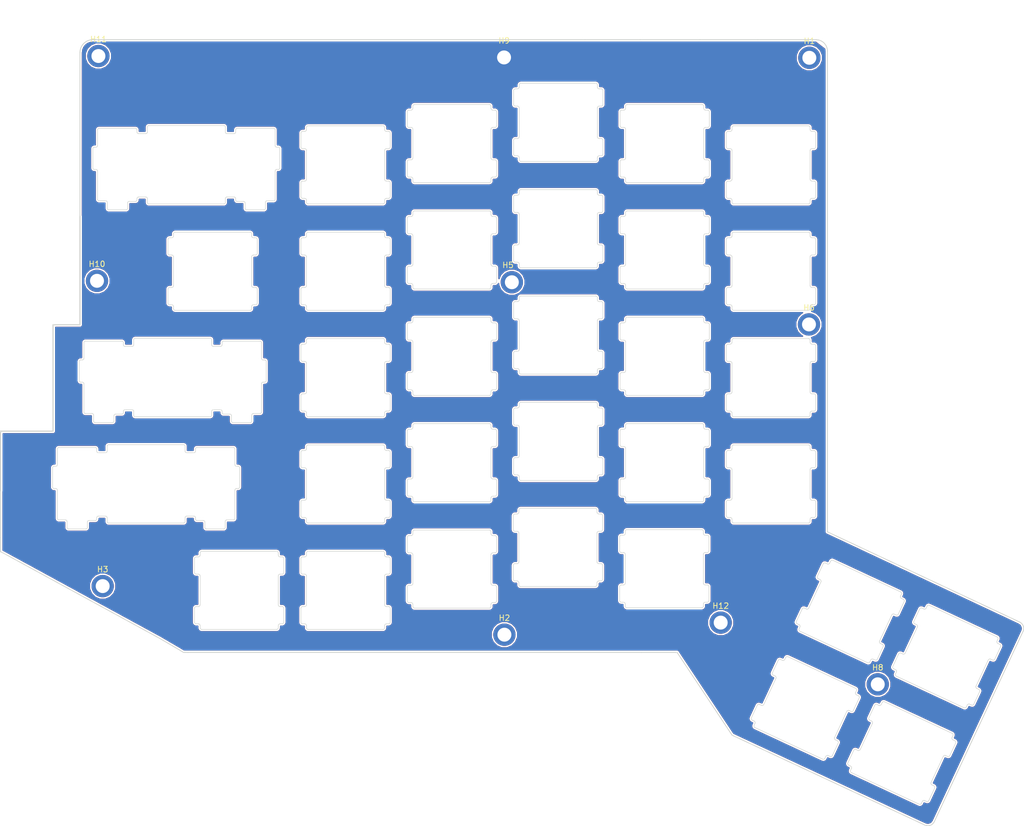
<source format=kicad_pcb>
(kicad_pcb (version 20171130) (host pcbnew "(5.0.2)-1")
  (layers (0 F.Cu signal) (31 B.Cu signal) (34 B.Paste user) (35 F.Paste user) (36 B.SilkS user) (37 F.SilkS user) (38 B.Mask user) (39 F.Mask user) (44 Edge.Cuts user))
  (net 0 "")
  (net 1 GND)
  (module acheron_MountingHoles:MountingHole_2.5x4.0mm (layer F.Cu) (at 39.624 60.452)
    (fp_text reference H10 (at 0 -3) (layer F.SilkS))
    (fp_text value MountingHole)
    (pad 1 thru_hole circle (at 0 0) (size 4 4) (drill 2.5) (layers *.Cu *.Mask))
  )
  (module acheron_MountingHoles:MountingHole_2.5x4.0mm (layer F.Cu) (at 167.196 20.5105)
    (fp_text reference H1 (at 0 -3) (layer F.SilkS))
    (fp_text value MountingHole)
    (pad 1 thru_hole circle (at 0 0) (size 4 4) (drill 2.5) (layers *.Cu *.Mask))
  )
  (module acheron_MountingHoles:MountingHole_2.5x4.0mm (layer F.Cu) (at 112.586 123.825)
    (fp_text reference H2 (at 0 -3) (layer F.SilkS))
    (fp_text value MountingHole)
    (pad 1 thru_hole circle (at 0 0) (size 4 4) (drill 2.5) (layers *.Cu *.Mask))
  )
  (module acheron_MountingHoles:MountingHole_2.5x4.0mm (layer F.Cu) (at 40.64 115.126)
    (fp_text reference H3 (at 0 -3) (layer F.SilkS))
    (fp_text value MountingHole)
    (pad 1 thru_hole circle (at 0 0) (size 4 4) (drill 2.5) (layers *.Cu *.Mask))
  )
  (module acheron_MountingHoles:MountingHole_2.5x4.0mm (layer F.Cu) (at 113.22 60.6425)
    (fp_text reference H5 (at 0 -3) (layer F.SilkS))
    (fp_text value MountingHole)
    (pad 1 thru_hole circle (at 0.699 0.0635) (size 4 4) (drill 2.5) (layers *.Cu *.Mask))
  )
  (module acheron_MountingHoles:MountingHole_2.5x4.0mm (layer F.Cu) (at 167.132 68.2625)
    (fp_text reference H6 (at 0 -3) (layer F.SilkS))
    (fp_text value MountingHole)
    (pad 1 thru_hole circle (at 0 0) (size 4 4) (drill 2.5) (layers *.Cu *.Mask))
  )
  (module acheron_MountingHoles:MountingHole_2.5x4.0mm (layer F.Cu) (at 179.451 132.715)
    (fp_text reference H8 (at 0 -3) (layer F.SilkS))
    (fp_text value MountingHole)
    (pad 1 thru_hole circle (at 0 0) (size 4 4) (drill 2.5) (layers *.Cu *.Mask))
  )
  (module acheron_MountingHoles:MountingHole_2.5x4.0mm (layer F.Cu) (at 112.522 20.447)
    (fp_text reference H9 (at 0 -3) (layer F.SilkS))
    (fp_text value MountingHole)
    (pad 1 thru_hole circle (at 0 0) (size 4 4) (drill 2.5) (layers *.Cu *.Mask) (net 1 GND))
  )
  (module acheron_MountingHoles:MountingHole_2.5x4.0mm (layer F.Cu) (at 39.878 20.193)
    (fp_text reference H11 (at 0 -3) (layer F.SilkS))
    (fp_text value MountingHole)
    (pad 1 thru_hole circle (at 0 0) (size 4 4) (drill 2.5) (layers *.Cu *.Mask))
  )
  (module acheron_MountingHoles:MountingHole_2.5x4.0mm (layer F.Cu) (at 151.32 121.666)
    (fp_text reference H12 (at 0 -3) (layer F.SilkS))
    (fp_text value MountingHole)
    (pad 1 thru_hole circle (at 0 0) (size 4 4) (drill 2.5) (layers *.Cu *.Mask))
  )
  (module usbc_footprint:slotMX100 (layer F.Cu) (at 84.1375 39.6875)
    (fp_text reference K_1)
    (fp_text value KEYSW)
    (fp_arc (start -7.7 -5.7) (end -7.7 -6) (angle -90) (layer Edge.Cuts) (width 0.1))
    (fp_arc (start -7.7 3.2) (end -7.7 2.9) (angle -90) (layer Edge.Cuts) (width 0.1))
    (fp_arc (start 7.7 5.7) (end 7.7 6) (angle -90) (layer Edge.Cuts) (width 0.1))
    (fp_arc (start 7.7 -3.2) (end 7.7 -2.9) (angle -90) (layer Edge.Cuts) (width 0.1))
    (fp_arc (start -7.7 -3.2) (end -8 -3.2) (angle -90) (layer Edge.Cuts) (width 0.1))
    (fp_arc (start -7.3 -2.6) (end -7 -2.6) (angle -90) (layer Edge.Cuts) (width 0.1))
    (fp_arc (start -7.3 -6.3) (end -7.3 -6) (angle -90) (layer Edge.Cuts) (width 0.1))
    (fp_line (start -8 -5.7) (end -8 -3.2) (layer Edge.Cuts) (width 0.1))
    (fp_line (start -7.3 -2.9) (end -7.7 -2.9) (layer Edge.Cuts) (width 0.1))
    (fp_line (start -7.7 -6) (end -7.3 -6) (layer Edge.Cuts) (width 0.1))
    (fp_arc (start -7.3 6.3) (end -7 6.3) (angle -90) (layer Edge.Cuts) (width 0.1))
    (fp_arc (start -7.7 5.7) (end -8 5.7) (angle -90) (layer Edge.Cuts) (width 0.1))
    (fp_line (start -7.7 2.9) (end -7.3 2.9) (layer Edge.Cuts) (width 0.1))
    (fp_line (start -8 3.2) (end -8 5.7) (layer Edge.Cuts) (width 0.1))
    (fp_line (start -7.3 6) (end -7.7 6) (layer Edge.Cuts) (width 0.1))
    (fp_arc (start -7.3 2.6) (end -7.3 2.9) (angle -90) (layer Edge.Cuts) (width 0.1))
    (fp_arc (start 7.3 6.3) (end 7.3 6) (angle -90) (layer Edge.Cuts) (width 0.1))
    (fp_line (start 7.3 2.9) (end 7.7 2.9) (layer Edge.Cuts) (width 0.1))
    (fp_line (start 8 5.7) (end 8 3.2) (layer Edge.Cuts) (width 0.1))
    (fp_line (start 7.7 6) (end 7.3 6) (layer Edge.Cuts) (width 0.1))
    (fp_arc (start 7.7 3.2) (end 8 3.2) (angle -90) (layer Edge.Cuts) (width 0.1))
    (fp_arc (start 7.3 2.6) (end 7 2.6) (angle -90) (layer Edge.Cuts) (width 0.1))
    (fp_line (start 7 -6.7) (end 7 -6.3) (layer Edge.Cuts) (width 0.1))
    (fp_arc (start 7.7 -5.7) (end 8 -5.7) (angle -90) (layer Edge.Cuts) (width 0.1))
    (fp_arc (start 7.3 -6.3) (end 7 -6.3) (angle -90) (layer Edge.Cuts) (width 0.1))
    (fp_arc (start 6.7 6.7) (end 6.7 7) (angle -90) (layer Edge.Cuts) (width 0.1))
    (fp_line (start 7 2.6) (end 7 -2.6) (layer Edge.Cuts) (width 0.1))
    (fp_line (start 7.7 -2.9) (end 7.3 -2.9) (layer Edge.Cuts) (width 0.1))
    (fp_line (start 8 -3.2) (end 8 -5.7) (layer Edge.Cuts) (width 0.1))
    (fp_line (start 7.3 -6) (end 7.7 -6) (layer Edge.Cuts) (width 0.1))
    (fp_arc (start 7.3 -2.6) (end 7.3 -2.9) (angle -90) (layer Edge.Cuts) (width 0.1))
    (fp_arc (start 6.7 -6.7) (end 7 -6.7) (angle -90) (layer Edge.Cuts) (width 0.1))
    (fp_line (start 7 6.3) (end 7 6.7) (layer Edge.Cuts) (width 0.1))
    (fp_line (start -7 -6.3) (end -7 -6.7) (layer Edge.Cuts) (width 0.1))
    (fp_line (start -7 -2.6) (end -7 2.6) (layer Edge.Cuts) (width 0.1))
    (fp_line (start 6.7 -7) (end -6.7 -7) (layer Edge.Cuts) (width 0.1))
    (fp_arc (start -6.7 -6.7) (end -6.7 -7) (angle -90) (layer Edge.Cuts) (width 0.1))
    (fp_line (start -7 6.7) (end -7 6.3) (layer Edge.Cuts) (width 0.1))
    (fp_arc (start -6.7 6.7) (end -7 6.7) (angle -90) (layer Edge.Cuts) (width 0.1))
    (fp_line (start 6.7 7) (end -6.7 7) (layer Edge.Cuts) (width 0.1))
  )
  (module usbc_footprint:slotMX100 (layer F.Cu) (at 103.188 35.8775)
    (fp_text reference K_2)
    (fp_text value KEYSW)
    (fp_arc (start -7.7 -5.7) (end -7.7 -6) (angle -90) (layer Edge.Cuts) (width 0.1))
    (fp_arc (start -7.7 3.2) (end -7.7 2.9) (angle -90) (layer Edge.Cuts) (width 0.1))
    (fp_arc (start 7.7 5.7) (end 7.7 6) (angle -90) (layer Edge.Cuts) (width 0.1))
    (fp_arc (start 7.7 -3.2) (end 7.7 -2.9) (angle -90) (layer Edge.Cuts) (width 0.1))
    (fp_arc (start -7.7 -3.2) (end -8 -3.2) (angle -90) (layer Edge.Cuts) (width 0.1))
    (fp_arc (start -7.3 -2.6) (end -7 -2.6) (angle -90) (layer Edge.Cuts) (width 0.1))
    (fp_arc (start -7.3 -6.3) (end -7.3 -6) (angle -90) (layer Edge.Cuts) (width 0.1))
    (fp_line (start -8 -5.7) (end -8 -3.2) (layer Edge.Cuts) (width 0.1))
    (fp_line (start -7.3 -2.9) (end -7.7 -2.9) (layer Edge.Cuts) (width 0.1))
    (fp_line (start -7.7 -6) (end -7.3 -6) (layer Edge.Cuts) (width 0.1))
    (fp_arc (start -7.3 6.3) (end -7 6.3) (angle -90) (layer Edge.Cuts) (width 0.1))
    (fp_arc (start -7.7 5.7) (end -8 5.7) (angle -90) (layer Edge.Cuts) (width 0.1))
    (fp_line (start -7.7 2.9) (end -7.3 2.9) (layer Edge.Cuts) (width 0.1))
    (fp_line (start -8 3.2) (end -8 5.7) (layer Edge.Cuts) (width 0.1))
    (fp_line (start -7.3 6) (end -7.7 6) (layer Edge.Cuts) (width 0.1))
    (fp_arc (start -7.3 2.6) (end -7.3 2.9) (angle -90) (layer Edge.Cuts) (width 0.1))
    (fp_arc (start 7.3 6.3) (end 7.3 6) (angle -90) (layer Edge.Cuts) (width 0.1))
    (fp_line (start 7.3 2.9) (end 7.7 2.9) (layer Edge.Cuts) (width 0.1))
    (fp_line (start 8 5.7) (end 8 3.2) (layer Edge.Cuts) (width 0.1))
    (fp_line (start 7.7 6) (end 7.3 6) (layer Edge.Cuts) (width 0.1))
    (fp_arc (start 7.7 3.2) (end 8 3.2) (angle -90) (layer Edge.Cuts) (width 0.1))
    (fp_arc (start 7.3 2.6) (end 7 2.6) (angle -90) (layer Edge.Cuts) (width 0.1))
    (fp_line (start 7 -6.7) (end 7 -6.3) (layer Edge.Cuts) (width 0.1))
    (fp_arc (start 7.7 -5.7) (end 8 -5.7) (angle -90) (layer Edge.Cuts) (width 0.1))
    (fp_arc (start 7.3 -6.3) (end 7 -6.3) (angle -90) (layer Edge.Cuts) (width 0.1))
    (fp_arc (start 6.7 6.7) (end 6.7 7) (angle -90) (layer Edge.Cuts) (width 0.1))
    (fp_line (start 7 2.6) (end 7 -2.6) (layer Edge.Cuts) (width 0.1))
    (fp_line (start 7.7 -2.9) (end 7.3 -2.9) (layer Edge.Cuts) (width 0.1))
    (fp_line (start 8 -3.2) (end 8 -5.7) (layer Edge.Cuts) (width 0.1))
    (fp_line (start 7.3 -6) (end 7.7 -6) (layer Edge.Cuts) (width 0.1))
    (fp_arc (start 7.3 -2.6) (end 7.3 -2.9) (angle -90) (layer Edge.Cuts) (width 0.1))
    (fp_arc (start 6.7 -6.7) (end 7 -6.7) (angle -90) (layer Edge.Cuts) (width 0.1))
    (fp_line (start 7 6.3) (end 7 6.7) (layer Edge.Cuts) (width 0.1))
    (fp_line (start -7 -6.3) (end -7 -6.7) (layer Edge.Cuts) (width 0.1))
    (fp_line (start -7 -2.6) (end -7 2.6) (layer Edge.Cuts) (width 0.1))
    (fp_line (start 6.7 -7) (end -6.7 -7) (layer Edge.Cuts) (width 0.1))
    (fp_arc (start -6.7 -6.7) (end -6.7 -7) (angle -90) (layer Edge.Cuts) (width 0.1))
    (fp_line (start -7 6.7) (end -7 6.3) (layer Edge.Cuts) (width 0.1))
    (fp_arc (start -6.7 6.7) (end -7 6.7) (angle -90) (layer Edge.Cuts) (width 0.1))
    (fp_line (start 6.7 7) (end -6.7 7) (layer Edge.Cuts) (width 0.1))
  )
  (module usbc_footprint:slotMX100 (layer F.Cu) (at 122.238 32.0675)
    (fp_text reference K_3)
    (fp_text value KEYSW)
    (fp_line (start 6.7 7) (end -6.7 7) (layer Edge.Cuts) (width 0.1))
    (fp_arc (start -6.7 6.7) (end -7 6.7) (angle -90) (layer Edge.Cuts) (width 0.1))
    (fp_line (start -7 6.7) (end -7 6.3) (layer Edge.Cuts) (width 0.1))
    (fp_arc (start -6.7 -6.7) (end -6.7 -7) (angle -90) (layer Edge.Cuts) (width 0.1))
    (fp_line (start 6.7 -7) (end -6.7 -7) (layer Edge.Cuts) (width 0.1))
    (fp_line (start -7 -2.6) (end -7 2.6) (layer Edge.Cuts) (width 0.1))
    (fp_line (start -7 -6.3) (end -7 -6.7) (layer Edge.Cuts) (width 0.1))
    (fp_line (start 7 6.3) (end 7 6.7) (layer Edge.Cuts) (width 0.1))
    (fp_arc (start 6.7 -6.7) (end 7 -6.7) (angle -90) (layer Edge.Cuts) (width 0.1))
    (fp_arc (start 7.3 -2.6) (end 7.3 -2.9) (angle -90) (layer Edge.Cuts) (width 0.1))
    (fp_line (start 7.3 -6) (end 7.7 -6) (layer Edge.Cuts) (width 0.1))
    (fp_line (start 8 -3.2) (end 8 -5.7) (layer Edge.Cuts) (width 0.1))
    (fp_line (start 7.7 -2.9) (end 7.3 -2.9) (layer Edge.Cuts) (width 0.1))
    (fp_line (start 7 2.6) (end 7 -2.6) (layer Edge.Cuts) (width 0.1))
    (fp_arc (start 6.7 6.7) (end 6.7 7) (angle -90) (layer Edge.Cuts) (width 0.1))
    (fp_arc (start 7.3 -6.3) (end 7 -6.3) (angle -90) (layer Edge.Cuts) (width 0.1))
    (fp_arc (start 7.7 -5.7) (end 8 -5.7) (angle -90) (layer Edge.Cuts) (width 0.1))
    (fp_line (start 7 -6.7) (end 7 -6.3) (layer Edge.Cuts) (width 0.1))
    (fp_arc (start 7.3 2.6) (end 7 2.6) (angle -90) (layer Edge.Cuts) (width 0.1))
    (fp_arc (start 7.7 3.2) (end 8 3.2) (angle -90) (layer Edge.Cuts) (width 0.1))
    (fp_line (start 7.7 6) (end 7.3 6) (layer Edge.Cuts) (width 0.1))
    (fp_line (start 8 5.7) (end 8 3.2) (layer Edge.Cuts) (width 0.1))
    (fp_line (start 7.3 2.9) (end 7.7 2.9) (layer Edge.Cuts) (width 0.1))
    (fp_arc (start 7.3 6.3) (end 7.3 6) (angle -90) (layer Edge.Cuts) (width 0.1))
    (fp_arc (start -7.3 2.6) (end -7.3 2.9) (angle -90) (layer Edge.Cuts) (width 0.1))
    (fp_line (start -7.3 6) (end -7.7 6) (layer Edge.Cuts) (width 0.1))
    (fp_line (start -8 3.2) (end -8 5.7) (layer Edge.Cuts) (width 0.1))
    (fp_line (start -7.7 2.9) (end -7.3 2.9) (layer Edge.Cuts) (width 0.1))
    (fp_arc (start -7.7 5.7) (end -8 5.7) (angle -90) (layer Edge.Cuts) (width 0.1))
    (fp_arc (start -7.3 6.3) (end -7 6.3) (angle -90) (layer Edge.Cuts) (width 0.1))
    (fp_line (start -7.7 -6) (end -7.3 -6) (layer Edge.Cuts) (width 0.1))
    (fp_line (start -7.3 -2.9) (end -7.7 -2.9) (layer Edge.Cuts) (width 0.1))
    (fp_line (start -8 -5.7) (end -8 -3.2) (layer Edge.Cuts) (width 0.1))
    (fp_arc (start -7.3 -6.3) (end -7.3 -6) (angle -90) (layer Edge.Cuts) (width 0.1))
    (fp_arc (start -7.3 -2.6) (end -7 -2.6) (angle -90) (layer Edge.Cuts) (width 0.1))
    (fp_arc (start -7.7 -3.2) (end -8 -3.2) (angle -90) (layer Edge.Cuts) (width 0.1))
    (fp_arc (start 7.7 -3.2) (end 7.7 -2.9) (angle -90) (layer Edge.Cuts) (width 0.1))
    (fp_arc (start 7.7 5.7) (end 7.7 6) (angle -90) (layer Edge.Cuts) (width 0.1))
    (fp_arc (start -7.7 3.2) (end -7.7 2.9) (angle -90) (layer Edge.Cuts) (width 0.1))
    (fp_arc (start -7.7 -5.7) (end -7.7 -6) (angle -90) (layer Edge.Cuts) (width 0.1))
  )
  (module usbc_footprint:slotMX100 (layer F.Cu) (at 141.288 35.8775)
    (fp_text reference K_4)
    (fp_text value KEYSW)
    (fp_arc (start -7.7 -5.7) (end -7.7 -6) (angle -90) (layer Edge.Cuts) (width 0.1))
    (fp_arc (start -7.7 3.2) (end -7.7 2.9) (angle -90) (layer Edge.Cuts) (width 0.1))
    (fp_arc (start 7.7 5.7) (end 7.7 6) (angle -90) (layer Edge.Cuts) (width 0.1))
    (fp_arc (start 7.7 -3.2) (end 7.7 -2.9) (angle -90) (layer Edge.Cuts) (width 0.1))
    (fp_arc (start -7.7 -3.2) (end -8 -3.2) (angle -90) (layer Edge.Cuts) (width 0.1))
    (fp_arc (start -7.3 -2.6) (end -7 -2.6) (angle -90) (layer Edge.Cuts) (width 0.1))
    (fp_arc (start -7.3 -6.3) (end -7.3 -6) (angle -90) (layer Edge.Cuts) (width 0.1))
    (fp_line (start -8 -5.7) (end -8 -3.2) (layer Edge.Cuts) (width 0.1))
    (fp_line (start -7.3 -2.9) (end -7.7 -2.9) (layer Edge.Cuts) (width 0.1))
    (fp_line (start -7.7 -6) (end -7.3 -6) (layer Edge.Cuts) (width 0.1))
    (fp_arc (start -7.3 6.3) (end -7 6.3) (angle -90) (layer Edge.Cuts) (width 0.1))
    (fp_arc (start -7.7 5.7) (end -8 5.7) (angle -90) (layer Edge.Cuts) (width 0.1))
    (fp_line (start -7.7 2.9) (end -7.3 2.9) (layer Edge.Cuts) (width 0.1))
    (fp_line (start -8 3.2) (end -8 5.7) (layer Edge.Cuts) (width 0.1))
    (fp_line (start -7.3 6) (end -7.7 6) (layer Edge.Cuts) (width 0.1))
    (fp_arc (start -7.3 2.6) (end -7.3 2.9) (angle -90) (layer Edge.Cuts) (width 0.1))
    (fp_arc (start 7.3 6.3) (end 7.3 6) (angle -90) (layer Edge.Cuts) (width 0.1))
    (fp_line (start 7.3 2.9) (end 7.7 2.9) (layer Edge.Cuts) (width 0.1))
    (fp_line (start 8 5.7) (end 8 3.2) (layer Edge.Cuts) (width 0.1))
    (fp_line (start 7.7 6) (end 7.3 6) (layer Edge.Cuts) (width 0.1))
    (fp_arc (start 7.7 3.2) (end 8 3.2) (angle -90) (layer Edge.Cuts) (width 0.1))
    (fp_arc (start 7.3 2.6) (end 7 2.6) (angle -90) (layer Edge.Cuts) (width 0.1))
    (fp_line (start 7 -6.7) (end 7 -6.3) (layer Edge.Cuts) (width 0.1))
    (fp_arc (start 7.7 -5.7) (end 8 -5.7) (angle -90) (layer Edge.Cuts) (width 0.1))
    (fp_arc (start 7.3 -6.3) (end 7 -6.3) (angle -90) (layer Edge.Cuts) (width 0.1))
    (fp_arc (start 6.7 6.7) (end 6.7 7) (angle -90) (layer Edge.Cuts) (width 0.1))
    (fp_line (start 7 2.6) (end 7 -2.6) (layer Edge.Cuts) (width 0.1))
    (fp_line (start 7.7 -2.9) (end 7.3 -2.9) (layer Edge.Cuts) (width 0.1))
    (fp_line (start 8 -3.2) (end 8 -5.7) (layer Edge.Cuts) (width 0.1))
    (fp_line (start 7.3 -6) (end 7.7 -6) (layer Edge.Cuts) (width 0.1))
    (fp_arc (start 7.3 -2.6) (end 7.3 -2.9) (angle -90) (layer Edge.Cuts) (width 0.1))
    (fp_arc (start 6.7 -6.7) (end 7 -6.7) (angle -90) (layer Edge.Cuts) (width 0.1))
    (fp_line (start 7 6.3) (end 7 6.7) (layer Edge.Cuts) (width 0.1))
    (fp_line (start -7 -6.3) (end -7 -6.7) (layer Edge.Cuts) (width 0.1))
    (fp_line (start -7 -2.6) (end -7 2.6) (layer Edge.Cuts) (width 0.1))
    (fp_line (start 6.7 -7) (end -6.7 -7) (layer Edge.Cuts) (width 0.1))
    (fp_arc (start -6.7 -6.7) (end -6.7 -7) (angle -90) (layer Edge.Cuts) (width 0.1))
    (fp_line (start -7 6.7) (end -7 6.3) (layer Edge.Cuts) (width 0.1))
    (fp_arc (start -6.7 6.7) (end -7 6.7) (angle -90) (layer Edge.Cuts) (width 0.1))
    (fp_line (start 6.7 7) (end -6.7 7) (layer Edge.Cuts) (width 0.1))
  )
  (module usbc_footprint:slotMX100 (layer F.Cu) (at 160.338 39.6875)
    (fp_text reference K_5)
    (fp_text value KEYSW)
    (fp_line (start 6.7 7) (end -6.7 7) (layer Edge.Cuts) (width 0.1))
    (fp_arc (start -6.7 6.7) (end -7 6.7) (angle -90) (layer Edge.Cuts) (width 0.1))
    (fp_line (start -7 6.7) (end -7 6.3) (layer Edge.Cuts) (width 0.1))
    (fp_arc (start -6.7 -6.7) (end -6.7 -7) (angle -90) (layer Edge.Cuts) (width 0.1))
    (fp_line (start 6.7 -7) (end -6.7 -7) (layer Edge.Cuts) (width 0.1))
    (fp_line (start -7 -2.6) (end -7 2.6) (layer Edge.Cuts) (width 0.1))
    (fp_line (start -7 -6.3) (end -7 -6.7) (layer Edge.Cuts) (width 0.1))
    (fp_line (start 7 6.3) (end 7 6.7) (layer Edge.Cuts) (width 0.1))
    (fp_arc (start 6.7 -6.7) (end 7 -6.7) (angle -90) (layer Edge.Cuts) (width 0.1))
    (fp_arc (start 7.3 -2.6) (end 7.3 -2.9) (angle -90) (layer Edge.Cuts) (width 0.1))
    (fp_line (start 7.3 -6) (end 7.7 -6) (layer Edge.Cuts) (width 0.1))
    (fp_line (start 8 -3.2) (end 8 -5.7) (layer Edge.Cuts) (width 0.1))
    (fp_line (start 7.7 -2.9) (end 7.3 -2.9) (layer Edge.Cuts) (width 0.1))
    (fp_line (start 7 2.6) (end 7 -2.6) (layer Edge.Cuts) (width 0.1))
    (fp_arc (start 6.7 6.7) (end 6.7 7) (angle -90) (layer Edge.Cuts) (width 0.1))
    (fp_arc (start 7.3 -6.3) (end 7 -6.3) (angle -90) (layer Edge.Cuts) (width 0.1))
    (fp_arc (start 7.7 -5.7) (end 8 -5.7) (angle -90) (layer Edge.Cuts) (width 0.1))
    (fp_line (start 7 -6.7) (end 7 -6.3) (layer Edge.Cuts) (width 0.1))
    (fp_arc (start 7.3 2.6) (end 7 2.6) (angle -90) (layer Edge.Cuts) (width 0.1))
    (fp_arc (start 7.7 3.2) (end 8 3.2) (angle -90) (layer Edge.Cuts) (width 0.1))
    (fp_line (start 7.7 6) (end 7.3 6) (layer Edge.Cuts) (width 0.1))
    (fp_line (start 8 5.7) (end 8 3.2) (layer Edge.Cuts) (width 0.1))
    (fp_line (start 7.3 2.9) (end 7.7 2.9) (layer Edge.Cuts) (width 0.1))
    (fp_arc (start 7.3 6.3) (end 7.3 6) (angle -90) (layer Edge.Cuts) (width 0.1))
    (fp_arc (start -7.3 2.6) (end -7.3 2.9) (angle -90) (layer Edge.Cuts) (width 0.1))
    (fp_line (start -7.3 6) (end -7.7 6) (layer Edge.Cuts) (width 0.1))
    (fp_line (start -8 3.2) (end -8 5.7) (layer Edge.Cuts) (width 0.1))
    (fp_line (start -7.7 2.9) (end -7.3 2.9) (layer Edge.Cuts) (width 0.1))
    (fp_arc (start -7.7 5.7) (end -8 5.7) (angle -90) (layer Edge.Cuts) (width 0.1))
    (fp_arc (start -7.3 6.3) (end -7 6.3) (angle -90) (layer Edge.Cuts) (width 0.1))
    (fp_line (start -7.7 -6) (end -7.3 -6) (layer Edge.Cuts) (width 0.1))
    (fp_line (start -7.3 -2.9) (end -7.7 -2.9) (layer Edge.Cuts) (width 0.1))
    (fp_line (start -8 -5.7) (end -8 -3.2) (layer Edge.Cuts) (width 0.1))
    (fp_arc (start -7.3 -6.3) (end -7.3 -6) (angle -90) (layer Edge.Cuts) (width 0.1))
    (fp_arc (start -7.3 -2.6) (end -7 -2.6) (angle -90) (layer Edge.Cuts) (width 0.1))
    (fp_arc (start -7.7 -3.2) (end -8 -3.2) (angle -90) (layer Edge.Cuts) (width 0.1))
    (fp_arc (start 7.7 -3.2) (end 7.7 -2.9) (angle -90) (layer Edge.Cuts) (width 0.1))
    (fp_arc (start 7.7 5.7) (end 7.7 6) (angle -90) (layer Edge.Cuts) (width 0.1))
    (fp_arc (start -7.7 3.2) (end -7.7 2.9) (angle -90) (layer Edge.Cuts) (width 0.1))
    (fp_arc (start -7.7 -5.7) (end -7.7 -6) (angle -90) (layer Edge.Cuts) (width 0.1))
  )
  (module usbc_footprint:slotMX100 (layer F.Cu) (at 84.1375 77.7875)
    (fp_text reference K_A1)
    (fp_text value KEYSW)
    (fp_arc (start -7.7 -5.7) (end -7.7 -6) (angle -90) (layer Edge.Cuts) (width 0.1))
    (fp_arc (start -7.7 3.2) (end -7.7 2.9) (angle -90) (layer Edge.Cuts) (width 0.1))
    (fp_arc (start 7.7 5.7) (end 7.7 6) (angle -90) (layer Edge.Cuts) (width 0.1))
    (fp_arc (start 7.7 -3.2) (end 7.7 -2.9) (angle -90) (layer Edge.Cuts) (width 0.1))
    (fp_arc (start -7.7 -3.2) (end -8 -3.2) (angle -90) (layer Edge.Cuts) (width 0.1))
    (fp_arc (start -7.3 -2.6) (end -7 -2.6) (angle -90) (layer Edge.Cuts) (width 0.1))
    (fp_arc (start -7.3 -6.3) (end -7.3 -6) (angle -90) (layer Edge.Cuts) (width 0.1))
    (fp_line (start -8 -5.7) (end -8 -3.2) (layer Edge.Cuts) (width 0.1))
    (fp_line (start -7.3 -2.9) (end -7.7 -2.9) (layer Edge.Cuts) (width 0.1))
    (fp_line (start -7.7 -6) (end -7.3 -6) (layer Edge.Cuts) (width 0.1))
    (fp_arc (start -7.3 6.3) (end -7 6.3) (angle -90) (layer Edge.Cuts) (width 0.1))
    (fp_arc (start -7.7 5.7) (end -8 5.7) (angle -90) (layer Edge.Cuts) (width 0.1))
    (fp_line (start -7.7 2.9) (end -7.3 2.9) (layer Edge.Cuts) (width 0.1))
    (fp_line (start -8 3.2) (end -8 5.7) (layer Edge.Cuts) (width 0.1))
    (fp_line (start -7.3 6) (end -7.7 6) (layer Edge.Cuts) (width 0.1))
    (fp_arc (start -7.3 2.6) (end -7.3 2.9) (angle -90) (layer Edge.Cuts) (width 0.1))
    (fp_arc (start 7.3 6.3) (end 7.3 6) (angle -90) (layer Edge.Cuts) (width 0.1))
    (fp_line (start 7.3 2.9) (end 7.7 2.9) (layer Edge.Cuts) (width 0.1))
    (fp_line (start 8 5.7) (end 8 3.2) (layer Edge.Cuts) (width 0.1))
    (fp_line (start 7.7 6) (end 7.3 6) (layer Edge.Cuts) (width 0.1))
    (fp_arc (start 7.7 3.2) (end 8 3.2) (angle -90) (layer Edge.Cuts) (width 0.1))
    (fp_arc (start 7.3 2.6) (end 7 2.6) (angle -90) (layer Edge.Cuts) (width 0.1))
    (fp_line (start 7 -6.7) (end 7 -6.3) (layer Edge.Cuts) (width 0.1))
    (fp_arc (start 7.7 -5.7) (end 8 -5.7) (angle -90) (layer Edge.Cuts) (width 0.1))
    (fp_arc (start 7.3 -6.3) (end 7 -6.3) (angle -90) (layer Edge.Cuts) (width 0.1))
    (fp_arc (start 6.7 6.7) (end 6.7 7) (angle -90) (layer Edge.Cuts) (width 0.1))
    (fp_line (start 7 2.6) (end 7 -2.6) (layer Edge.Cuts) (width 0.1))
    (fp_line (start 7.7 -2.9) (end 7.3 -2.9) (layer Edge.Cuts) (width 0.1))
    (fp_line (start 8 -3.2) (end 8 -5.7) (layer Edge.Cuts) (width 0.1))
    (fp_line (start 7.3 -6) (end 7.7 -6) (layer Edge.Cuts) (width 0.1))
    (fp_arc (start 7.3 -2.6) (end 7.3 -2.9) (angle -90) (layer Edge.Cuts) (width 0.1))
    (fp_arc (start 6.7 -6.7) (end 7 -6.7) (angle -90) (layer Edge.Cuts) (width 0.1))
    (fp_line (start 7 6.3) (end 7 6.7) (layer Edge.Cuts) (width 0.1))
    (fp_line (start -7 -6.3) (end -7 -6.7) (layer Edge.Cuts) (width 0.1))
    (fp_line (start -7 -2.6) (end -7 2.6) (layer Edge.Cuts) (width 0.1))
    (fp_line (start 6.7 -7) (end -6.7 -7) (layer Edge.Cuts) (width 0.1))
    (fp_arc (start -6.7 -6.7) (end -6.7 -7) (angle -90) (layer Edge.Cuts) (width 0.1))
    (fp_line (start -7 6.7) (end -7 6.3) (layer Edge.Cuts) (width 0.1))
    (fp_arc (start -6.7 6.7) (end -7 6.7) (angle -90) (layer Edge.Cuts) (width 0.1))
    (fp_line (start 6.7 7) (end -6.7 7) (layer Edge.Cuts) (width 0.1))
  )
  (module usbc_footprint:slotMX100 (layer F.Cu) (at 84.1375 115.888)
    (fp_text reference K_ALT1)
    (fp_text value KEYSW)
    (fp_arc (start -7.7 -5.7) (end -7.7 -6) (angle -90) (layer Edge.Cuts) (width 0.1))
    (fp_arc (start -7.7 3.2) (end -7.7 2.9) (angle -90) (layer Edge.Cuts) (width 0.1))
    (fp_arc (start 7.7 5.7) (end 7.7 6) (angle -90) (layer Edge.Cuts) (width 0.1))
    (fp_arc (start 7.7 -3.2) (end 7.7 -2.9) (angle -90) (layer Edge.Cuts) (width 0.1))
    (fp_arc (start -7.7 -3.2) (end -8 -3.2) (angle -90) (layer Edge.Cuts) (width 0.1))
    (fp_arc (start -7.3 -2.6) (end -7 -2.6) (angle -90) (layer Edge.Cuts) (width 0.1))
    (fp_arc (start -7.3 -6.3) (end -7.3 -6) (angle -90) (layer Edge.Cuts) (width 0.1))
    (fp_line (start -8 -5.7) (end -8 -3.2) (layer Edge.Cuts) (width 0.1))
    (fp_line (start -7.3 -2.9) (end -7.7 -2.9) (layer Edge.Cuts) (width 0.1))
    (fp_line (start -7.7 -6) (end -7.3 -6) (layer Edge.Cuts) (width 0.1))
    (fp_arc (start -7.3 6.3) (end -7 6.3) (angle -90) (layer Edge.Cuts) (width 0.1))
    (fp_arc (start -7.7 5.7) (end -8 5.7) (angle -90) (layer Edge.Cuts) (width 0.1))
    (fp_line (start -7.7 2.9) (end -7.3 2.9) (layer Edge.Cuts) (width 0.1))
    (fp_line (start -8 3.2) (end -8 5.7) (layer Edge.Cuts) (width 0.1))
    (fp_line (start -7.3 6) (end -7.7 6) (layer Edge.Cuts) (width 0.1))
    (fp_arc (start -7.3 2.6) (end -7.3 2.9) (angle -90) (layer Edge.Cuts) (width 0.1))
    (fp_arc (start 7.3 6.3) (end 7.3 6) (angle -90) (layer Edge.Cuts) (width 0.1))
    (fp_line (start 7.3 2.9) (end 7.7 2.9) (layer Edge.Cuts) (width 0.1))
    (fp_line (start 8 5.7) (end 8 3.2) (layer Edge.Cuts) (width 0.1))
    (fp_line (start 7.7 6) (end 7.3 6) (layer Edge.Cuts) (width 0.1))
    (fp_arc (start 7.7 3.2) (end 8 3.2) (angle -90) (layer Edge.Cuts) (width 0.1))
    (fp_arc (start 7.3 2.6) (end 7 2.6) (angle -90) (layer Edge.Cuts) (width 0.1))
    (fp_line (start 7 -6.7) (end 7 -6.3) (layer Edge.Cuts) (width 0.1))
    (fp_arc (start 7.7 -5.7) (end 8 -5.7) (angle -90) (layer Edge.Cuts) (width 0.1))
    (fp_arc (start 7.3 -6.3) (end 7 -6.3) (angle -90) (layer Edge.Cuts) (width 0.1))
    (fp_arc (start 6.7 6.7) (end 6.7 7) (angle -90) (layer Edge.Cuts) (width 0.1))
    (fp_line (start 7 2.6) (end 7 -2.6) (layer Edge.Cuts) (width 0.1))
    (fp_line (start 7.7 -2.9) (end 7.3 -2.9) (layer Edge.Cuts) (width 0.1))
    (fp_line (start 8 -3.2) (end 8 -5.7) (layer Edge.Cuts) (width 0.1))
    (fp_line (start 7.3 -6) (end 7.7 -6) (layer Edge.Cuts) (width 0.1))
    (fp_arc (start 7.3 -2.6) (end 7.3 -2.9) (angle -90) (layer Edge.Cuts) (width 0.1))
    (fp_arc (start 6.7 -6.7) (end 7 -6.7) (angle -90) (layer Edge.Cuts) (width 0.1))
    (fp_line (start 7 6.3) (end 7 6.7) (layer Edge.Cuts) (width 0.1))
    (fp_line (start -7 -6.3) (end -7 -6.7) (layer Edge.Cuts) (width 0.1))
    (fp_line (start -7 -2.6) (end -7 2.6) (layer Edge.Cuts) (width 0.1))
    (fp_line (start 6.7 -7) (end -6.7 -7) (layer Edge.Cuts) (width 0.1))
    (fp_arc (start -6.7 -6.7) (end -6.7 -7) (angle -90) (layer Edge.Cuts) (width 0.1))
    (fp_line (start -7 6.7) (end -7 6.3) (layer Edge.Cuts) (width 0.1))
    (fp_arc (start -6.7 6.7) (end -7 6.7) (angle -90) (layer Edge.Cuts) (width 0.1))
    (fp_line (start 6.7 7) (end -6.7 7) (layer Edge.Cuts) (width 0.1))
  )
  (module usbc_footprint:slotMX100 (layer F.Cu) (at 160.338 96.8375)
    (fp_text reference K_B1)
    (fp_text value KEYSW)
    (fp_line (start 6.7 7) (end -6.7 7) (layer Edge.Cuts) (width 0.1))
    (fp_arc (start -6.7 6.7) (end -7 6.7) (angle -90) (layer Edge.Cuts) (width 0.1))
    (fp_line (start -7 6.7) (end -7 6.3) (layer Edge.Cuts) (width 0.1))
    (fp_arc (start -6.7 -6.7) (end -6.7 -7) (angle -90) (layer Edge.Cuts) (width 0.1))
    (fp_line (start 6.7 -7) (end -6.7 -7) (layer Edge.Cuts) (width 0.1))
    (fp_line (start -7 -2.6) (end -7 2.6) (layer Edge.Cuts) (width 0.1))
    (fp_line (start -7 -6.3) (end -7 -6.7) (layer Edge.Cuts) (width 0.1))
    (fp_line (start 7 6.3) (end 7 6.7) (layer Edge.Cuts) (width 0.1))
    (fp_arc (start 6.7 -6.7) (end 7 -6.7) (angle -90) (layer Edge.Cuts) (width 0.1))
    (fp_arc (start 7.3 -2.6) (end 7.3 -2.9) (angle -90) (layer Edge.Cuts) (width 0.1))
    (fp_line (start 7.3 -6) (end 7.7 -6) (layer Edge.Cuts) (width 0.1))
    (fp_line (start 8 -3.2) (end 8 -5.7) (layer Edge.Cuts) (width 0.1))
    (fp_line (start 7.7 -2.9) (end 7.3 -2.9) (layer Edge.Cuts) (width 0.1))
    (fp_line (start 7 2.6) (end 7 -2.6) (layer Edge.Cuts) (width 0.1))
    (fp_arc (start 6.7 6.7) (end 6.7 7) (angle -90) (layer Edge.Cuts) (width 0.1))
    (fp_arc (start 7.3 -6.3) (end 7 -6.3) (angle -90) (layer Edge.Cuts) (width 0.1))
    (fp_arc (start 7.7 -5.7) (end 8 -5.7) (angle -90) (layer Edge.Cuts) (width 0.1))
    (fp_line (start 7 -6.7) (end 7 -6.3) (layer Edge.Cuts) (width 0.1))
    (fp_arc (start 7.3 2.6) (end 7 2.6) (angle -90) (layer Edge.Cuts) (width 0.1))
    (fp_arc (start 7.7 3.2) (end 8 3.2) (angle -90) (layer Edge.Cuts) (width 0.1))
    (fp_line (start 7.7 6) (end 7.3 6) (layer Edge.Cuts) (width 0.1))
    (fp_line (start 8 5.7) (end 8 3.2) (layer Edge.Cuts) (width 0.1))
    (fp_line (start 7.3 2.9) (end 7.7 2.9) (layer Edge.Cuts) (width 0.1))
    (fp_arc (start 7.3 6.3) (end 7.3 6) (angle -90) (layer Edge.Cuts) (width 0.1))
    (fp_arc (start -7.3 2.6) (end -7.3 2.9) (angle -90) (layer Edge.Cuts) (width 0.1))
    (fp_line (start -7.3 6) (end -7.7 6) (layer Edge.Cuts) (width 0.1))
    (fp_line (start -8 3.2) (end -8 5.7) (layer Edge.Cuts) (width 0.1))
    (fp_line (start -7.7 2.9) (end -7.3 2.9) (layer Edge.Cuts) (width 0.1))
    (fp_arc (start -7.7 5.7) (end -8 5.7) (angle -90) (layer Edge.Cuts) (width 0.1))
    (fp_arc (start -7.3 6.3) (end -7 6.3) (angle -90) (layer Edge.Cuts) (width 0.1))
    (fp_line (start -7.7 -6) (end -7.3 -6) (layer Edge.Cuts) (width 0.1))
    (fp_line (start -7.3 -2.9) (end -7.7 -2.9) (layer Edge.Cuts) (width 0.1))
    (fp_line (start -8 -5.7) (end -8 -3.2) (layer Edge.Cuts) (width 0.1))
    (fp_arc (start -7.3 -6.3) (end -7.3 -6) (angle -90) (layer Edge.Cuts) (width 0.1))
    (fp_arc (start -7.3 -2.6) (end -7 -2.6) (angle -90) (layer Edge.Cuts) (width 0.1))
    (fp_arc (start -7.7 -3.2) (end -8 -3.2) (angle -90) (layer Edge.Cuts) (width 0.1))
    (fp_arc (start 7.7 -3.2) (end 7.7 -2.9) (angle -90) (layer Edge.Cuts) (width 0.1))
    (fp_arc (start 7.7 5.7) (end 7.7 6) (angle -90) (layer Edge.Cuts) (width 0.1))
    (fp_arc (start -7.7 3.2) (end -7.7 2.9) (angle -90) (layer Edge.Cuts) (width 0.1))
    (fp_arc (start -7.7 -5.7) (end -7.7 -6) (angle -90) (layer Edge.Cuts) (width 0.1))
  )
  (module usbc_footprint:slotMX200 (layer F.Cu) (at 55.626 39.6875)
    (fp_text reference K_BKSP_1)
    (fp_text value KEYSW)
    (fp_arc (start -16.493995 0.562684) (end -16.747995 0.562684) (angle -90) (layer Edge.Cuts) (width 0.1))
    (fp_arc (start -6.731812 6.748758) (end -6.985812 6.748758) (angle -90) (layer Edge.Cuts) (width 0.1))
    (fp_arc (start -6.731812 -6.786143) (end -6.731812 -7.040143) (angle -90) (layer Edge.Cuts) (width 0.1))
    (fp_arc (start -7.239812 -5.851639) (end -7.239812 -5.597639) (angle -90) (layer Edge.Cuts) (width 0.1))
    (fp_arc (start -8.58326 -5.851639) (end -8.83726 -5.851639) (angle -90) (layer Edge.Cuts) (width 0.1))
    (fp_arc (start -9.09126 -6.283389) (end -8.83726 -6.283389) (angle -90) (layer Edge.Cuts) (width 0.1))
    (fp_arc (start -15.652426 -6.283389) (end -15.652426 -6.537389) (angle -90) (layer Edge.Cuts) (width 0.1))
    (fp_arc (start -16.160426 -3.423367) (end -16.160426 -3.169367) (angle -90) (layer Edge.Cuts) (width 0.1))
    (fp_arc (start -16.493995 -2.915367) (end -16.493995 -3.169367) (angle -90) (layer Edge.Cuts) (width 0.1))
    (fp_arc (start -16.160426 1.070684) (end -15.906426 1.070684) (angle -90) (layer Edge.Cuts) (width 0.1))
    (fp_arc (start -15.652426 6.176634) (end -15.906426 6.176634) (angle -90) (layer Edge.Cuts) (width 0.1))
    (fp_arc (start -14.421189 6.684634) (end -14.167189 6.684634) (angle -90) (layer Edge.Cuts) (width 0.1))
    (fp_arc (start -13.913189 7.80542) (end -14.167189 7.80542) (angle -90) (layer Edge.Cuts) (width 0.1))
    (fp_arc (start -10.774399 7.80542) (end -10.774399 8.05942) (angle -90) (layer Edge.Cuts) (width 0.1))
    (fp_arc (start -10.266399 6.796846) (end -10.266399 6.542846) (angle -90) (layer Edge.Cuts) (width 0.1))
    (fp_arc (start -9.09126 6.288846) (end -9.09126 6.542846) (angle -90) (layer Edge.Cuts) (width 0.1))
    (fp_arc (start -8.58326 6.011382) (end -8.58326 5.757382) (angle -90) (layer Edge.Cuts) (width 0.1))
    (fp_arc (start -7.239812 6.011382) (end -6.985812 6.011382) (angle -90) (layer Edge.Cuts) (width 0.1))
    (fp_arc (start 8.581655 -5.851639) (end 8.581655 -5.597639) (angle -90) (layer Edge.Cuts) (width 0.1))
    (fp_arc (start 6.730206 -6.786143) (end 6.984206 -6.786143) (angle -90) (layer Edge.Cuts) (width 0.1))
    (fp_arc (start 7.238206 -5.851639) (end 6.984206 -5.851639) (angle -90) (layer Edge.Cuts) (width 0.1))
    (fp_arc (start 6.730206 6.748758) (end 6.730206 7.002758) (angle -90) (layer Edge.Cuts) (width 0.1))
    (fp_arc (start 7.238206 6.011382) (end 7.238206 5.757382) (angle -90) (layer Edge.Cuts) (width 0.1))
    (fp_arc (start 8.581655 6.011382) (end 8.835655 6.011382) (angle -90) (layer Edge.Cuts) (width 0.1))
    (fp_arc (start 9.089655 6.288846) (end 8.835655 6.288846) (angle -90) (layer Edge.Cuts) (width 0.1))
    (fp_arc (start 10.264789 6.796846) (end 10.518789 6.796846) (angle -90) (layer Edge.Cuts) (width 0.1))
    (fp_arc (start 10.772789 7.80542) (end 10.518789 7.80542) (angle -90) (layer Edge.Cuts) (width 0.1))
    (fp_arc (start 13.91158 7.80542) (end 13.91158 8.05942) (angle -90) (layer Edge.Cuts) (width 0.1))
    (fp_arc (start 14.41958 6.684634) (end 14.41958 6.430634) (angle -90) (layer Edge.Cuts) (width 0.1))
    (fp_arc (start 15.650819 6.176634) (end 15.650819 6.430634) (angle -90) (layer Edge.Cuts) (width 0.1))
    (fp_arc (start 16.158819 1.070684) (end 16.158819 0.816684) (angle -90) (layer Edge.Cuts) (width 0.1))
    (fp_arc (start 16.492386 0.562684) (end 16.492386 0.816684) (angle -90) (layer Edge.Cuts) (width 0.1))
    (fp_arc (start 16.492386 -2.915367) (end 16.746386 -2.915367) (angle -90) (layer Edge.Cuts) (width 0.1))
    (fp_arc (start 16.158819 -3.423367) (end 15.904819 -3.423367) (angle -90) (layer Edge.Cuts) (width 0.1))
    (fp_arc (start 15.650819 -6.283389) (end 15.904819 -6.283389) (angle -90) (layer Edge.Cuts) (width 0.1))
    (fp_arc (start 9.089655 -6.283389) (end 9.089655 -6.537389) (angle -90) (layer Edge.Cuts) (width 0.1))
    (fp_line (start 15.904819 6.176634) (end 15.904819 1.070684) (layer Edge.Cuts) (width 0.1))
    (fp_line (start 15.904819 -3.423367) (end 15.904819 -6.283389) (layer Edge.Cuts) (width 0.1))
    (fp_line (start -6.731812 7.002758) (end 6.730206 7.002758) (layer Edge.Cuts) (width 0.1))
    (fp_line (start -6.985812 6.011382) (end -6.985812 6.748758) (layer Edge.Cuts) (width 0.1))
    (fp_line (start -8.58326 5.757382) (end -7.239812 5.757382) (layer Edge.Cuts) (width 0.1))
    (fp_line (start -8.83726 6.288846) (end -8.83726 6.011382) (layer Edge.Cuts) (width 0.1))
    (fp_line (start -10.266399 6.542846) (end -9.09126 6.542846) (layer Edge.Cuts) (width 0.1))
    (fp_line (start -10.520399 7.80542) (end -10.520399 6.796846) (layer Edge.Cuts) (width 0.1))
    (fp_line (start -13.913189 8.05942) (end -10.774399 8.05942) (layer Edge.Cuts) (width 0.1))
    (fp_line (start -14.167189 6.684634) (end -14.167189 7.80542) (layer Edge.Cuts) (width 0.1))
    (fp_line (start -15.652426 6.430634) (end -14.421189 6.430634) (layer Edge.Cuts) (width 0.1))
    (fp_line (start -15.906426 1.070684) (end -15.906426 6.176634) (layer Edge.Cuts) (width 0.1))
    (fp_line (start -16.493995 0.816684) (end -16.160426 0.816684) (layer Edge.Cuts) (width 0.1))
    (fp_line (start -16.747995 -2.915367) (end -16.747995 0.562684) (layer Edge.Cuts) (width 0.1))
    (fp_line (start -16.160426 -3.169367) (end -16.493995 -3.169367) (layer Edge.Cuts) (width 0.1))
    (fp_line (start -15.906426 -6.283389) (end -15.906426 -3.423367) (layer Edge.Cuts) (width 0.1))
    (fp_line (start -9.09126 -6.537389) (end -15.652426 -6.537389) (layer Edge.Cuts) (width 0.1))
    (fp_line (start 8.581655 -5.597639) (end 7.238206 -5.597639) (layer Edge.Cuts) (width 0.1))
    (fp_line (start 15.650819 -6.537389) (end 9.089655 -6.537389) (layer Edge.Cuts) (width 0.1))
    (fp_line (start 16.492386 -3.169367) (end 16.158819 -3.169367) (layer Edge.Cuts) (width 0.1))
    (fp_line (start 14.41958 6.430634) (end 15.650819 6.430634) (layer Edge.Cuts) (width 0.1))
    (fp_line (start -8.83726 -5.851639) (end -8.83726 -6.283389) (layer Edge.Cuts) (width 0.1))
    (fp_line (start -7.239812 -5.597639) (end -8.58326 -5.597639) (layer Edge.Cuts) (width 0.1))
    (fp_line (start -6.985812 -6.786143) (end -6.985812 -5.851639) (layer Edge.Cuts) (width 0.1))
    (fp_line (start 6.730206 -7.040143) (end -6.731812 -7.040143) (layer Edge.Cuts) (width 0.1))
    (fp_line (start 6.984206 -5.851639) (end 6.984206 -6.786143) (layer Edge.Cuts) (width 0.1))
    (fp_line (start 8.835655 -6.283389) (end 8.835655 -5.851639) (layer Edge.Cuts) (width 0.1))
    (fp_line (start 16.746386 0.562684) (end 16.746386 -2.915367) (layer Edge.Cuts) (width 0.1))
    (fp_line (start 16.158819 0.816684) (end 16.492386 0.816684) (layer Edge.Cuts) (width 0.1))
    (fp_line (start 6.984206 6.748758) (end 6.984206 6.011382) (layer Edge.Cuts) (width 0.1))
    (fp_line (start 7.238206 5.757382) (end 8.581655 5.757382) (layer Edge.Cuts) (width 0.1))
    (fp_line (start 8.835655 6.011382) (end 8.835655 6.288846) (layer Edge.Cuts) (width 0.1))
    (fp_line (start 9.089655 6.542846) (end 10.264789 6.542846) (layer Edge.Cuts) (width 0.1))
    (fp_line (start 10.518789 6.796846) (end 10.518789 7.80542) (layer Edge.Cuts) (width 0.1))
    (fp_line (start 10.772789 8.05942) (end 13.91158 8.05942) (layer Edge.Cuts) (width 0.1))
    (fp_line (start 14.16558 7.80542) (end 14.16558 6.684634) (layer Edge.Cuts) (width 0.1))
  )
  (module usbc_footprint:slotMX100 (layer F.Cu) (at 122.174 108.204)
    (fp_text reference K_BOT_1U_1)
    (fp_text value KEYSW)
    (fp_arc (start -7.7 -5.7) (end -7.7 -6) (angle -90) (layer Edge.Cuts) (width 0.1))
    (fp_arc (start -7.7 3.2) (end -7.7 2.9) (angle -90) (layer Edge.Cuts) (width 0.1))
    (fp_arc (start 7.7 5.7) (end 7.7 6) (angle -90) (layer Edge.Cuts) (width 0.1))
    (fp_arc (start 7.7 -3.2) (end 7.7 -2.9) (angle -90) (layer Edge.Cuts) (width 0.1))
    (fp_arc (start -7.7 -3.2) (end -8 -3.2) (angle -90) (layer Edge.Cuts) (width 0.1))
    (fp_arc (start -7.3 -2.6) (end -7 -2.6) (angle -90) (layer Edge.Cuts) (width 0.1))
    (fp_arc (start -7.3 -6.3) (end -7.3 -6) (angle -90) (layer Edge.Cuts) (width 0.1))
    (fp_line (start -8 -5.7) (end -8 -3.2) (layer Edge.Cuts) (width 0.1))
    (fp_line (start -7.3 -2.9) (end -7.7 -2.9) (layer Edge.Cuts) (width 0.1))
    (fp_line (start -7.7 -6) (end -7.3 -6) (layer Edge.Cuts) (width 0.1))
    (fp_arc (start -7.3 6.3) (end -7 6.3) (angle -90) (layer Edge.Cuts) (width 0.1))
    (fp_arc (start -7.7 5.7) (end -8 5.7) (angle -90) (layer Edge.Cuts) (width 0.1))
    (fp_line (start -7.7 2.9) (end -7.3 2.9) (layer Edge.Cuts) (width 0.1))
    (fp_line (start -8 3.2) (end -8 5.7) (layer Edge.Cuts) (width 0.1))
    (fp_line (start -7.3 6) (end -7.7 6) (layer Edge.Cuts) (width 0.1))
    (fp_arc (start -7.3 2.6) (end -7.3 2.9) (angle -90) (layer Edge.Cuts) (width 0.1))
    (fp_arc (start 7.3 6.3) (end 7.3 6) (angle -90) (layer Edge.Cuts) (width 0.1))
    (fp_line (start 7.3 2.9) (end 7.7 2.9) (layer Edge.Cuts) (width 0.1))
    (fp_line (start 8 5.7) (end 8 3.2) (layer Edge.Cuts) (width 0.1))
    (fp_line (start 7.7 6) (end 7.3 6) (layer Edge.Cuts) (width 0.1))
    (fp_arc (start 7.7 3.2) (end 8 3.2) (angle -90) (layer Edge.Cuts) (width 0.1))
    (fp_arc (start 7.3 2.6) (end 7 2.6) (angle -90) (layer Edge.Cuts) (width 0.1))
    (fp_line (start 7 -6.7) (end 7 -6.3) (layer Edge.Cuts) (width 0.1))
    (fp_arc (start 7.7 -5.7) (end 8 -5.7) (angle -90) (layer Edge.Cuts) (width 0.1))
    (fp_arc (start 7.3 -6.3) (end 7 -6.3) (angle -90) (layer Edge.Cuts) (width 0.1))
    (fp_arc (start 6.7 6.7) (end 6.7 7) (angle -90) (layer Edge.Cuts) (width 0.1))
    (fp_line (start 7 2.6) (end 7 -2.6) (layer Edge.Cuts) (width 0.1))
    (fp_line (start 7.7 -2.9) (end 7.3 -2.9) (layer Edge.Cuts) (width 0.1))
    (fp_line (start 8 -3.2) (end 8 -5.7) (layer Edge.Cuts) (width 0.1))
    (fp_line (start 7.3 -6) (end 7.7 -6) (layer Edge.Cuts) (width 0.1))
    (fp_arc (start 7.3 -2.6) (end 7.3 -2.9) (angle -90) (layer Edge.Cuts) (width 0.1))
    (fp_arc (start 6.7 -6.7) (end 7 -6.7) (angle -90) (layer Edge.Cuts) (width 0.1))
    (fp_line (start 7 6.3) (end 7 6.7) (layer Edge.Cuts) (width 0.1))
    (fp_line (start -7 -6.3) (end -7 -6.7) (layer Edge.Cuts) (width 0.1))
    (fp_line (start -7 -2.6) (end -7 2.6) (layer Edge.Cuts) (width 0.1))
    (fp_line (start 6.7 -7) (end -6.7 -7) (layer Edge.Cuts) (width 0.1))
    (fp_arc (start -6.7 -6.7) (end -6.7 -7) (angle -90) (layer Edge.Cuts) (width 0.1))
    (fp_line (start -7 6.7) (end -7 6.3) (layer Edge.Cuts) (width 0.1))
    (fp_arc (start -6.7 6.7) (end -7 6.7) (angle -90) (layer Edge.Cuts) (width 0.1))
    (fp_line (start 6.7 7) (end -6.7 7) (layer Edge.Cuts) (width 0.1))
  )
  (module usbc_footprint:slotMX100 (layer F.Cu) (at 141.224 112.014)
    (fp_text reference K_BOT_1U_2)
    (fp_text value KEYSW)
    (fp_line (start 6.7 7) (end -6.7 7) (layer Edge.Cuts) (width 0.1))
    (fp_arc (start -6.7 6.7) (end -7 6.7) (angle -90) (layer Edge.Cuts) (width 0.1))
    (fp_line (start -7 6.7) (end -7 6.3) (layer Edge.Cuts) (width 0.1))
    (fp_arc (start -6.7 -6.7) (end -6.7 -7) (angle -90) (layer Edge.Cuts) (width 0.1))
    (fp_line (start 6.7 -7) (end -6.7 -7) (layer Edge.Cuts) (width 0.1))
    (fp_line (start -7 -2.6) (end -7 2.6) (layer Edge.Cuts) (width 0.1))
    (fp_line (start -7 -6.3) (end -7 -6.7) (layer Edge.Cuts) (width 0.1))
    (fp_line (start 7 6.3) (end 7 6.7) (layer Edge.Cuts) (width 0.1))
    (fp_arc (start 6.7 -6.7) (end 7 -6.7) (angle -90) (layer Edge.Cuts) (width 0.1))
    (fp_arc (start 7.3 -2.6) (end 7.3 -2.9) (angle -90) (layer Edge.Cuts) (width 0.1))
    (fp_line (start 7.3 -6) (end 7.7 -6) (layer Edge.Cuts) (width 0.1))
    (fp_line (start 8 -3.2) (end 8 -5.7) (layer Edge.Cuts) (width 0.1))
    (fp_line (start 7.7 -2.9) (end 7.3 -2.9) (layer Edge.Cuts) (width 0.1))
    (fp_line (start 7 2.6) (end 7 -2.6) (layer Edge.Cuts) (width 0.1))
    (fp_arc (start 6.7 6.7) (end 6.7 7) (angle -90) (layer Edge.Cuts) (width 0.1))
    (fp_arc (start 7.3 -6.3) (end 7 -6.3) (angle -90) (layer Edge.Cuts) (width 0.1))
    (fp_arc (start 7.7 -5.7) (end 8 -5.7) (angle -90) (layer Edge.Cuts) (width 0.1))
    (fp_line (start 7 -6.7) (end 7 -6.3) (layer Edge.Cuts) (width 0.1))
    (fp_arc (start 7.3 2.6) (end 7 2.6) (angle -90) (layer Edge.Cuts) (width 0.1))
    (fp_arc (start 7.7 3.2) (end 8 3.2) (angle -90) (layer Edge.Cuts) (width 0.1))
    (fp_line (start 7.7 6) (end 7.3 6) (layer Edge.Cuts) (width 0.1))
    (fp_line (start 8 5.7) (end 8 3.2) (layer Edge.Cuts) (width 0.1))
    (fp_line (start 7.3 2.9) (end 7.7 2.9) (layer Edge.Cuts) (width 0.1))
    (fp_arc (start 7.3 6.3) (end 7.3 6) (angle -90) (layer Edge.Cuts) (width 0.1))
    (fp_arc (start -7.3 2.6) (end -7.3 2.9) (angle -90) (layer Edge.Cuts) (width 0.1))
    (fp_line (start -7.3 6) (end -7.7 6) (layer Edge.Cuts) (width 0.1))
    (fp_line (start -8 3.2) (end -8 5.7) (layer Edge.Cuts) (width 0.1))
    (fp_line (start -7.7 2.9) (end -7.3 2.9) (layer Edge.Cuts) (width 0.1))
    (fp_arc (start -7.7 5.7) (end -8 5.7) (angle -90) (layer Edge.Cuts) (width 0.1))
    (fp_arc (start -7.3 6.3) (end -7 6.3) (angle -90) (layer Edge.Cuts) (width 0.1))
    (fp_line (start -7.7 -6) (end -7.3 -6) (layer Edge.Cuts) (width 0.1))
    (fp_line (start -7.3 -2.9) (end -7.7 -2.9) (layer Edge.Cuts) (width 0.1))
    (fp_line (start -8 -5.7) (end -8 -3.2) (layer Edge.Cuts) (width 0.1))
    (fp_arc (start -7.3 -6.3) (end -7.3 -6) (angle -90) (layer Edge.Cuts) (width 0.1))
    (fp_arc (start -7.3 -2.6) (end -7 -2.6) (angle -90) (layer Edge.Cuts) (width 0.1))
    (fp_arc (start -7.7 -3.2) (end -8 -3.2) (angle -90) (layer Edge.Cuts) (width 0.1))
    (fp_arc (start 7.7 -3.2) (end 7.7 -2.9) (angle -90) (layer Edge.Cuts) (width 0.1))
    (fp_arc (start 7.7 5.7) (end 7.7 6) (angle -90) (layer Edge.Cuts) (width 0.1))
    (fp_arc (start -7.7 3.2) (end -7.7 2.9) (angle -90) (layer Edge.Cuts) (width 0.1))
    (fp_arc (start -7.7 -5.7) (end -7.7 -6) (angle -90) (layer Edge.Cuts) (width 0.1))
  )
  (module usbc_footprint:slotMX100 (layer F.Cu) (at 122.238 89.2175)
    (fp_text reference K_C1)
    (fp_text value KEYSW)
    (fp_line (start 6.7 7) (end -6.7 7) (layer Edge.Cuts) (width 0.1))
    (fp_arc (start -6.7 6.7) (end -7 6.7) (angle -90) (layer Edge.Cuts) (width 0.1))
    (fp_line (start -7 6.7) (end -7 6.3) (layer Edge.Cuts) (width 0.1))
    (fp_arc (start -6.7 -6.7) (end -6.7 -7) (angle -90) (layer Edge.Cuts) (width 0.1))
    (fp_line (start 6.7 -7) (end -6.7 -7) (layer Edge.Cuts) (width 0.1))
    (fp_line (start -7 -2.6) (end -7 2.6) (layer Edge.Cuts) (width 0.1))
    (fp_line (start -7 -6.3) (end -7 -6.7) (layer Edge.Cuts) (width 0.1))
    (fp_line (start 7 6.3) (end 7 6.7) (layer Edge.Cuts) (width 0.1))
    (fp_arc (start 6.7 -6.7) (end 7 -6.7) (angle -90) (layer Edge.Cuts) (width 0.1))
    (fp_arc (start 7.3 -2.6) (end 7.3 -2.9) (angle -90) (layer Edge.Cuts) (width 0.1))
    (fp_line (start 7.3 -6) (end 7.7 -6) (layer Edge.Cuts) (width 0.1))
    (fp_line (start 8 -3.2) (end 8 -5.7) (layer Edge.Cuts) (width 0.1))
    (fp_line (start 7.7 -2.9) (end 7.3 -2.9) (layer Edge.Cuts) (width 0.1))
    (fp_line (start 7 2.6) (end 7 -2.6) (layer Edge.Cuts) (width 0.1))
    (fp_arc (start 6.7 6.7) (end 6.7 7) (angle -90) (layer Edge.Cuts) (width 0.1))
    (fp_arc (start 7.3 -6.3) (end 7 -6.3) (angle -90) (layer Edge.Cuts) (width 0.1))
    (fp_arc (start 7.7 -5.7) (end 8 -5.7) (angle -90) (layer Edge.Cuts) (width 0.1))
    (fp_line (start 7 -6.7) (end 7 -6.3) (layer Edge.Cuts) (width 0.1))
    (fp_arc (start 7.3 2.6) (end 7 2.6) (angle -90) (layer Edge.Cuts) (width 0.1))
    (fp_arc (start 7.7 3.2) (end 8 3.2) (angle -90) (layer Edge.Cuts) (width 0.1))
    (fp_line (start 7.7 6) (end 7.3 6) (layer Edge.Cuts) (width 0.1))
    (fp_line (start 8 5.7) (end 8 3.2) (layer Edge.Cuts) (width 0.1))
    (fp_line (start 7.3 2.9) (end 7.7 2.9) (layer Edge.Cuts) (width 0.1))
    (fp_arc (start 7.3 6.3) (end 7.3 6) (angle -90) (layer Edge.Cuts) (width 0.1))
    (fp_arc (start -7.3 2.6) (end -7.3 2.9) (angle -90) (layer Edge.Cuts) (width 0.1))
    (fp_line (start -7.3 6) (end -7.7 6) (layer Edge.Cuts) (width 0.1))
    (fp_line (start -8 3.2) (end -8 5.7) (layer Edge.Cuts) (width 0.1))
    (fp_line (start -7.7 2.9) (end -7.3 2.9) (layer Edge.Cuts) (width 0.1))
    (fp_arc (start -7.7 5.7) (end -8 5.7) (angle -90) (layer Edge.Cuts) (width 0.1))
    (fp_arc (start -7.3 6.3) (end -7 6.3) (angle -90) (layer Edge.Cuts) (width 0.1))
    (fp_line (start -7.7 -6) (end -7.3 -6) (layer Edge.Cuts) (width 0.1))
    (fp_line (start -7.3 -2.9) (end -7.7 -2.9) (layer Edge.Cuts) (width 0.1))
    (fp_line (start -8 -5.7) (end -8 -3.2) (layer Edge.Cuts) (width 0.1))
    (fp_arc (start -7.3 -6.3) (end -7.3 -6) (angle -90) (layer Edge.Cuts) (width 0.1))
    (fp_arc (start -7.3 -2.6) (end -7 -2.6) (angle -90) (layer Edge.Cuts) (width 0.1))
    (fp_arc (start -7.7 -3.2) (end -8 -3.2) (angle -90) (layer Edge.Cuts) (width 0.1))
    (fp_arc (start 7.7 -3.2) (end 7.7 -2.9) (angle -90) (layer Edge.Cuts) (width 0.1))
    (fp_arc (start 7.7 5.7) (end 7.7 6) (angle -90) (layer Edge.Cuts) (width 0.1))
    (fp_arc (start -7.7 3.2) (end -7.7 2.9) (angle -90) (layer Edge.Cuts) (width 0.1))
    (fp_arc (start -7.7 -5.7) (end -7.7 -6) (angle -90) (layer Edge.Cuts) (width 0.1))
  )
  (module usbc_footprint:slotMX100 (layer F.Cu) (at 65.0875 115.888)
    (fp_text reference K_CTRL1)
    (fp_text value KEYSW)
    (fp_arc (start -7.7 -5.7) (end -7.7 -6) (angle -90) (layer Edge.Cuts) (width 0.1))
    (fp_arc (start -7.7 3.2) (end -7.7 2.9) (angle -90) (layer Edge.Cuts) (width 0.1))
    (fp_arc (start 7.7 5.7) (end 7.7 6) (angle -90) (layer Edge.Cuts) (width 0.1))
    (fp_arc (start 7.7 -3.2) (end 7.7 -2.9) (angle -90) (layer Edge.Cuts) (width 0.1))
    (fp_arc (start -7.7 -3.2) (end -8 -3.2) (angle -90) (layer Edge.Cuts) (width 0.1))
    (fp_arc (start -7.3 -2.6) (end -7 -2.6) (angle -90) (layer Edge.Cuts) (width 0.1))
    (fp_arc (start -7.3 -6.3) (end -7.3 -6) (angle -90) (layer Edge.Cuts) (width 0.1))
    (fp_line (start -8 -5.7) (end -8 -3.2) (layer Edge.Cuts) (width 0.1))
    (fp_line (start -7.3 -2.9) (end -7.7 -2.9) (layer Edge.Cuts) (width 0.1))
    (fp_line (start -7.7 -6) (end -7.3 -6) (layer Edge.Cuts) (width 0.1))
    (fp_arc (start -7.3 6.3) (end -7 6.3) (angle -90) (layer Edge.Cuts) (width 0.1))
    (fp_arc (start -7.7 5.7) (end -8 5.7) (angle -90) (layer Edge.Cuts) (width 0.1))
    (fp_line (start -7.7 2.9) (end -7.3 2.9) (layer Edge.Cuts) (width 0.1))
    (fp_line (start -8 3.2) (end -8 5.7) (layer Edge.Cuts) (width 0.1))
    (fp_line (start -7.3 6) (end -7.7 6) (layer Edge.Cuts) (width 0.1))
    (fp_arc (start -7.3 2.6) (end -7.3 2.9) (angle -90) (layer Edge.Cuts) (width 0.1))
    (fp_arc (start 7.3 6.3) (end 7.3 6) (angle -90) (layer Edge.Cuts) (width 0.1))
    (fp_line (start 7.3 2.9) (end 7.7 2.9) (layer Edge.Cuts) (width 0.1))
    (fp_line (start 8 5.7) (end 8 3.2) (layer Edge.Cuts) (width 0.1))
    (fp_line (start 7.7 6) (end 7.3 6) (layer Edge.Cuts) (width 0.1))
    (fp_arc (start 7.7 3.2) (end 8 3.2) (angle -90) (layer Edge.Cuts) (width 0.1))
    (fp_arc (start 7.3 2.6) (end 7 2.6) (angle -90) (layer Edge.Cuts) (width 0.1))
    (fp_line (start 7 -6.7) (end 7 -6.3) (layer Edge.Cuts) (width 0.1))
    (fp_arc (start 7.7 -5.7) (end 8 -5.7) (angle -90) (layer Edge.Cuts) (width 0.1))
    (fp_arc (start 7.3 -6.3) (end 7 -6.3) (angle -90) (layer Edge.Cuts) (width 0.1))
    (fp_arc (start 6.7 6.7) (end 6.7 7) (angle -90) (layer Edge.Cuts) (width 0.1))
    (fp_line (start 7 2.6) (end 7 -2.6) (layer Edge.Cuts) (width 0.1))
    (fp_line (start 7.7 -2.9) (end 7.3 -2.9) (layer Edge.Cuts) (width 0.1))
    (fp_line (start 8 -3.2) (end 8 -5.7) (layer Edge.Cuts) (width 0.1))
    (fp_line (start 7.3 -6) (end 7.7 -6) (layer Edge.Cuts) (width 0.1))
    (fp_arc (start 7.3 -2.6) (end 7.3 -2.9) (angle -90) (layer Edge.Cuts) (width 0.1))
    (fp_arc (start 6.7 -6.7) (end 7 -6.7) (angle -90) (layer Edge.Cuts) (width 0.1))
    (fp_line (start 7 6.3) (end 7 6.7) (layer Edge.Cuts) (width 0.1))
    (fp_line (start -7 -6.3) (end -7 -6.7) (layer Edge.Cuts) (width 0.1))
    (fp_line (start -7 -2.6) (end -7 2.6) (layer Edge.Cuts) (width 0.1))
    (fp_line (start 6.7 -7) (end -6.7 -7) (layer Edge.Cuts) (width 0.1))
    (fp_arc (start -6.7 -6.7) (end -6.7 -7) (angle -90) (layer Edge.Cuts) (width 0.1))
    (fp_line (start -7 6.7) (end -7 6.3) (layer Edge.Cuts) (width 0.1))
    (fp_arc (start -6.7 6.7) (end -7 6.7) (angle -90) (layer Edge.Cuts) (width 0.1))
    (fp_line (start 6.7 7) (end -6.7 7) (layer Edge.Cuts) (width 0.1))
  )
  (module usbc_footprint:slotMX100 (layer F.Cu) (at 122.238 70.1675)
    (fp_text reference K_D1)
    (fp_text value KEYSW)
    (fp_arc (start -7.7 -5.7) (end -7.7 -6) (angle -90) (layer Edge.Cuts) (width 0.1))
    (fp_arc (start -7.7 3.2) (end -7.7 2.9) (angle -90) (layer Edge.Cuts) (width 0.1))
    (fp_arc (start 7.7 5.7) (end 7.7 6) (angle -90) (layer Edge.Cuts) (width 0.1))
    (fp_arc (start 7.7 -3.2) (end 7.7 -2.9) (angle -90) (layer Edge.Cuts) (width 0.1))
    (fp_arc (start -7.7 -3.2) (end -8 -3.2) (angle -90) (layer Edge.Cuts) (width 0.1))
    (fp_arc (start -7.3 -2.6) (end -7 -2.6) (angle -90) (layer Edge.Cuts) (width 0.1))
    (fp_arc (start -7.3 -6.3) (end -7.3 -6) (angle -90) (layer Edge.Cuts) (width 0.1))
    (fp_line (start -8 -5.7) (end -8 -3.2) (layer Edge.Cuts) (width 0.1))
    (fp_line (start -7.3 -2.9) (end -7.7 -2.9) (layer Edge.Cuts) (width 0.1))
    (fp_line (start -7.7 -6) (end -7.3 -6) (layer Edge.Cuts) (width 0.1))
    (fp_arc (start -7.3 6.3) (end -7 6.3) (angle -90) (layer Edge.Cuts) (width 0.1))
    (fp_arc (start -7.7 5.7) (end -8 5.7) (angle -90) (layer Edge.Cuts) (width 0.1))
    (fp_line (start -7.7 2.9) (end -7.3 2.9) (layer Edge.Cuts) (width 0.1))
    (fp_line (start -8 3.2) (end -8 5.7) (layer Edge.Cuts) (width 0.1))
    (fp_line (start -7.3 6) (end -7.7 6) (layer Edge.Cuts) (width 0.1))
    (fp_arc (start -7.3 2.6) (end -7.3 2.9) (angle -90) (layer Edge.Cuts) (width 0.1))
    (fp_arc (start 7.3 6.3) (end 7.3 6) (angle -90) (layer Edge.Cuts) (width 0.1))
    (fp_line (start 7.3 2.9) (end 7.7 2.9) (layer Edge.Cuts) (width 0.1))
    (fp_line (start 8 5.7) (end 8 3.2) (layer Edge.Cuts) (width 0.1))
    (fp_line (start 7.7 6) (end 7.3 6) (layer Edge.Cuts) (width 0.1))
    (fp_arc (start 7.7 3.2) (end 8 3.2) (angle -90) (layer Edge.Cuts) (width 0.1))
    (fp_arc (start 7.3 2.6) (end 7 2.6) (angle -90) (layer Edge.Cuts) (width 0.1))
    (fp_line (start 7 -6.7) (end 7 -6.3) (layer Edge.Cuts) (width 0.1))
    (fp_arc (start 7.7 -5.7) (end 8 -5.7) (angle -90) (layer Edge.Cuts) (width 0.1))
    (fp_arc (start 7.3 -6.3) (end 7 -6.3) (angle -90) (layer Edge.Cuts) (width 0.1))
    (fp_arc (start 6.7 6.7) (end 6.7 7) (angle -90) (layer Edge.Cuts) (width 0.1))
    (fp_line (start 7 2.6) (end 7 -2.6) (layer Edge.Cuts) (width 0.1))
    (fp_line (start 7.7 -2.9) (end 7.3 -2.9) (layer Edge.Cuts) (width 0.1))
    (fp_line (start 8 -3.2) (end 8 -5.7) (layer Edge.Cuts) (width 0.1))
    (fp_line (start 7.3 -6) (end 7.7 -6) (layer Edge.Cuts) (width 0.1))
    (fp_arc (start 7.3 -2.6) (end 7.3 -2.9) (angle -90) (layer Edge.Cuts) (width 0.1))
    (fp_arc (start 6.7 -6.7) (end 7 -6.7) (angle -90) (layer Edge.Cuts) (width 0.1))
    (fp_line (start 7 6.3) (end 7 6.7) (layer Edge.Cuts) (width 0.1))
    (fp_line (start -7 -6.3) (end -7 -6.7) (layer Edge.Cuts) (width 0.1))
    (fp_line (start -7 -2.6) (end -7 2.6) (layer Edge.Cuts) (width 0.1))
    (fp_line (start 6.7 -7) (end -6.7 -7) (layer Edge.Cuts) (width 0.1))
    (fp_arc (start -6.7 -6.7) (end -6.7 -7) (angle -90) (layer Edge.Cuts) (width 0.1))
    (fp_line (start -7 6.7) (end -7 6.3) (layer Edge.Cuts) (width 0.1))
    (fp_arc (start -6.7 6.7) (end -7 6.7) (angle -90) (layer Edge.Cuts) (width 0.1))
    (fp_line (start 6.7 7) (end -6.7 7) (layer Edge.Cuts) (width 0.1))
  )
  (module usbc_footprint:slotMX100 (layer F.Cu) (at 122.238 51.1175)
    (fp_text reference K_E1)
    (fp_text value KEYSW)
    (fp_arc (start -7.7 -5.7) (end -7.7 -6) (angle -90) (layer Edge.Cuts) (width 0.1))
    (fp_arc (start -7.7 3.2) (end -7.7 2.9) (angle -90) (layer Edge.Cuts) (width 0.1))
    (fp_arc (start 7.7 5.7) (end 7.7 6) (angle -90) (layer Edge.Cuts) (width 0.1))
    (fp_arc (start 7.7 -3.2) (end 7.7 -2.9) (angle -90) (layer Edge.Cuts) (width 0.1))
    (fp_arc (start -7.7 -3.2) (end -8 -3.2) (angle -90) (layer Edge.Cuts) (width 0.1))
    (fp_arc (start -7.3 -2.6) (end -7 -2.6) (angle -90) (layer Edge.Cuts) (width 0.1))
    (fp_arc (start -7.3 -6.3) (end -7.3 -6) (angle -90) (layer Edge.Cuts) (width 0.1))
    (fp_line (start -8 -5.7) (end -8 -3.2) (layer Edge.Cuts) (width 0.1))
    (fp_line (start -7.3 -2.9) (end -7.7 -2.9) (layer Edge.Cuts) (width 0.1))
    (fp_line (start -7.7 -6) (end -7.3 -6) (layer Edge.Cuts) (width 0.1))
    (fp_arc (start -7.3 6.3) (end -7 6.3) (angle -90) (layer Edge.Cuts) (width 0.1))
    (fp_arc (start -7.7 5.7) (end -8 5.7) (angle -90) (layer Edge.Cuts) (width 0.1))
    (fp_line (start -7.7 2.9) (end -7.3 2.9) (layer Edge.Cuts) (width 0.1))
    (fp_line (start -8 3.2) (end -8 5.7) (layer Edge.Cuts) (width 0.1))
    (fp_line (start -7.3 6) (end -7.7 6) (layer Edge.Cuts) (width 0.1))
    (fp_arc (start -7.3 2.6) (end -7.3 2.9) (angle -90) (layer Edge.Cuts) (width 0.1))
    (fp_arc (start 7.3 6.3) (end 7.3 6) (angle -90) (layer Edge.Cuts) (width 0.1))
    (fp_line (start 7.3 2.9) (end 7.7 2.9) (layer Edge.Cuts) (width 0.1))
    (fp_line (start 8 5.7) (end 8 3.2) (layer Edge.Cuts) (width 0.1))
    (fp_line (start 7.7 6) (end 7.3 6) (layer Edge.Cuts) (width 0.1))
    (fp_arc (start 7.7 3.2) (end 8 3.2) (angle -90) (layer Edge.Cuts) (width 0.1))
    (fp_arc (start 7.3 2.6) (end 7 2.6) (angle -90) (layer Edge.Cuts) (width 0.1))
    (fp_line (start 7 -6.7) (end 7 -6.3) (layer Edge.Cuts) (width 0.1))
    (fp_arc (start 7.7 -5.7) (end 8 -5.7) (angle -90) (layer Edge.Cuts) (width 0.1))
    (fp_arc (start 7.3 -6.3) (end 7 -6.3) (angle -90) (layer Edge.Cuts) (width 0.1))
    (fp_arc (start 6.7 6.7) (end 6.7 7) (angle -90) (layer Edge.Cuts) (width 0.1))
    (fp_line (start 7 2.6) (end 7 -2.6) (layer Edge.Cuts) (width 0.1))
    (fp_line (start 7.7 -2.9) (end 7.3 -2.9) (layer Edge.Cuts) (width 0.1))
    (fp_line (start 8 -3.2) (end 8 -5.7) (layer Edge.Cuts) (width 0.1))
    (fp_line (start 7.3 -6) (end 7.7 -6) (layer Edge.Cuts) (width 0.1))
    (fp_arc (start 7.3 -2.6) (end 7.3 -2.9) (angle -90) (layer Edge.Cuts) (width 0.1))
    (fp_arc (start 6.7 -6.7) (end 7 -6.7) (angle -90) (layer Edge.Cuts) (width 0.1))
    (fp_line (start 7 6.3) (end 7 6.7) (layer Edge.Cuts) (width 0.1))
    (fp_line (start -7 -6.3) (end -7 -6.7) (layer Edge.Cuts) (width 0.1))
    (fp_line (start -7 -2.6) (end -7 2.6) (layer Edge.Cuts) (width 0.1))
    (fp_line (start 6.7 -7) (end -6.7 -7) (layer Edge.Cuts) (width 0.1))
    (fp_arc (start -6.7 -6.7) (end -6.7 -7) (angle -90) (layer Edge.Cuts) (width 0.1))
    (fp_line (start -7 6.7) (end -7 6.3) (layer Edge.Cuts) (width 0.1))
    (fp_arc (start -6.7 6.7) (end -7 6.7) (angle -90) (layer Edge.Cuts) (width 0.1))
    (fp_line (start 6.7 7) (end -6.7 7) (layer Edge.Cuts) (width 0.1))
  )
  (module usbc_footprint:slotMX200 (layer B.Cu) (at 53.1812 77.7875 180)
    (fp_text reference K_ENTER_rev_2.25u_1)
    (fp_text value KEYSW)
    (fp_arc (start -16.493995 -0.562684) (end -16.747995 -0.562684) (angle 90) (layer Edge.Cuts) (width 0.1))
    (fp_arc (start -6.731812 -6.748758) (end -6.985812 -6.748758) (angle 90) (layer Edge.Cuts) (width 0.1))
    (fp_arc (start -6.731812 6.786143) (end -6.731812 7.040143) (angle 90) (layer Edge.Cuts) (width 0.1))
    (fp_arc (start -7.239812 5.851639) (end -7.239812 5.597639) (angle 90) (layer Edge.Cuts) (width 0.1))
    (fp_arc (start -8.58326 5.851639) (end -8.83726 5.851639) (angle 90) (layer Edge.Cuts) (width 0.1))
    (fp_arc (start -9.09126 6.283389) (end -8.83726 6.283389) (angle 90) (layer Edge.Cuts) (width 0.1))
    (fp_arc (start -15.652426 6.283389) (end -15.652426 6.537389) (angle 90) (layer Edge.Cuts) (width 0.1))
    (fp_arc (start -16.160426 3.423367) (end -16.160426 3.169367) (angle 90) (layer Edge.Cuts) (width 0.1))
    (fp_arc (start -16.493995 2.915367) (end -16.493995 3.169367) (angle 90) (layer Edge.Cuts) (width 0.1))
    (fp_arc (start -16.160426 -1.070684) (end -15.906426 -1.070684) (angle 90) (layer Edge.Cuts) (width 0.1))
    (fp_arc (start -15.652426 -6.176634) (end -15.906426 -6.176634) (angle 90) (layer Edge.Cuts) (width 0.1))
    (fp_arc (start -14.421189 -6.684634) (end -14.167189 -6.684634) (angle 90) (layer Edge.Cuts) (width 0.1))
    (fp_arc (start -13.913189 -7.80542) (end -14.167189 -7.80542) (angle 90) (layer Edge.Cuts) (width 0.1))
    (fp_arc (start -10.774399 -7.80542) (end -10.774399 -8.05942) (angle 90) (layer Edge.Cuts) (width 0.1))
    (fp_arc (start -10.266399 -6.796846) (end -10.266399 -6.542846) (angle 90) (layer Edge.Cuts) (width 0.1))
    (fp_arc (start -9.09126 -6.288846) (end -9.09126 -6.542846) (angle 90) (layer Edge.Cuts) (width 0.1))
    (fp_arc (start -8.58326 -6.011382) (end -8.58326 -5.757382) (angle 90) (layer Edge.Cuts) (width 0.1))
    (fp_arc (start -7.239812 -6.011382) (end -6.985812 -6.011382) (angle 90) (layer Edge.Cuts) (width 0.1))
    (fp_arc (start 8.581655 5.851639) (end 8.581655 5.597639) (angle 90) (layer Edge.Cuts) (width 0.1))
    (fp_arc (start 6.730206 6.786143) (end 6.984206 6.786143) (angle 90) (layer Edge.Cuts) (width 0.1))
    (fp_arc (start 7.238206 5.851639) (end 6.984206 5.851639) (angle 90) (layer Edge.Cuts) (width 0.1))
    (fp_arc (start 6.730206 -6.748758) (end 6.730206 -7.002758) (angle 90) (layer Edge.Cuts) (width 0.1))
    (fp_arc (start 7.238206 -6.011382) (end 7.238206 -5.757382) (angle 90) (layer Edge.Cuts) (width 0.1))
    (fp_arc (start 8.581655 -6.011382) (end 8.835655 -6.011382) (angle 90) (layer Edge.Cuts) (width 0.1))
    (fp_arc (start 9.089655 -6.288846) (end 8.835655 -6.288846) (angle 90) (layer Edge.Cuts) (width 0.1))
    (fp_arc (start 10.264789 -6.796846) (end 10.518789 -6.796846) (angle 90) (layer Edge.Cuts) (width 0.1))
    (fp_arc (start 10.772789 -7.80542) (end 10.518789 -7.80542) (angle 90) (layer Edge.Cuts) (width 0.1))
    (fp_arc (start 13.91158 -7.80542) (end 13.91158 -8.05942) (angle 90) (layer Edge.Cuts) (width 0.1))
    (fp_arc (start 14.41958 -6.684634) (end 14.41958 -6.430634) (angle 90) (layer Edge.Cuts) (width 0.1))
    (fp_arc (start 15.650819 -6.176634) (end 15.650819 -6.430634) (angle 90) (layer Edge.Cuts) (width 0.1))
    (fp_arc (start 16.158819 -1.070684) (end 16.158819 -0.816684) (angle 90) (layer Edge.Cuts) (width 0.1))
    (fp_arc (start 16.492386 -0.562684) (end 16.492386 -0.816684) (angle 90) (layer Edge.Cuts) (width 0.1))
    (fp_arc (start 16.492386 2.915367) (end 16.746386 2.915367) (angle 90) (layer Edge.Cuts) (width 0.1))
    (fp_arc (start 16.158819 3.423367) (end 15.904819 3.423367) (angle 90) (layer Edge.Cuts) (width 0.1))
    (fp_arc (start 15.650819 6.283389) (end 15.904819 6.283389) (angle 90) (layer Edge.Cuts) (width 0.1))
    (fp_arc (start 9.089655 6.283389) (end 9.089655 6.537389) (angle 90) (layer Edge.Cuts) (width 0.1))
    (fp_line (start 15.904819 -6.176634) (end 15.904819 -1.070684) (layer Edge.Cuts) (width 0.1))
    (fp_line (start 15.904819 3.423367) (end 15.904819 6.283389) (layer Edge.Cuts) (width 0.1))
    (fp_line (start -6.731812 -7.002758) (end 6.730206 -7.002758) (layer Edge.Cuts) (width 0.1))
    (fp_line (start -6.985812 -6.011382) (end -6.985812 -6.748758) (layer Edge.Cuts) (width 0.1))
    (fp_line (start -8.58326 -5.757382) (end -7.239812 -5.757382) (layer Edge.Cuts) (width 0.1))
    (fp_line (start -8.83726 -6.288846) (end -8.83726 -6.011382) (layer Edge.Cuts) (width 0.1))
    (fp_line (start -10.266399 -6.542846) (end -9.09126 -6.542846) (layer Edge.Cuts) (width 0.1))
    (fp_line (start -10.520399 -7.80542) (end -10.520399 -6.796846) (layer Edge.Cuts) (width 0.1))
    (fp_line (start -13.913189 -8.05942) (end -10.774399 -8.05942) (layer Edge.Cuts) (width 0.1))
    (fp_line (start -14.167189 -6.684634) (end -14.167189 -7.80542) (layer Edge.Cuts) (width 0.1))
    (fp_line (start -15.652426 -6.430634) (end -14.421189 -6.430634) (layer Edge.Cuts) (width 0.1))
    (fp_line (start -15.906426 -1.070684) (end -15.906426 -6.176634) (layer Edge.Cuts) (width 0.1))
    (fp_line (start -16.493995 -0.816684) (end -16.160426 -0.816684) (layer Edge.Cuts) (width 0.1))
    (fp_line (start -16.747995 2.915367) (end -16.747995 -0.562684) (layer Edge.Cuts) (width 0.1))
    (fp_line (start -16.160426 3.169367) (end -16.493995 3.169367) (layer Edge.Cuts) (width 0.1))
    (fp_line (start -15.906426 6.283389) (end -15.906426 3.423367) (layer Edge.Cuts) (width 0.1))
    (fp_line (start -9.09126 6.537389) (end -15.652426 6.537389) (layer Edge.Cuts) (width 0.1))
    (fp_line (start 8.581655 5.597639) (end 7.238206 5.597639) (layer Edge.Cuts) (width 0.1))
    (fp_line (start 15.650819 6.537389) (end 9.089655 6.537389) (layer Edge.Cuts) (width 0.1))
    (fp_line (start 16.492386 3.169367) (end 16.158819 3.169367) (layer Edge.Cuts) (width 0.1))
    (fp_line (start 14.41958 -6.430634) (end 15.650819 -6.430634) (layer Edge.Cuts) (width 0.1))
    (fp_line (start -8.83726 5.851639) (end -8.83726 6.283389) (layer Edge.Cuts) (width 0.1))
    (fp_line (start -7.239812 5.597639) (end -8.58326 5.597639) (layer Edge.Cuts) (width 0.1))
    (fp_line (start -6.985812 6.786143) (end -6.985812 5.851639) (layer Edge.Cuts) (width 0.1))
    (fp_line (start 6.730206 7.040143) (end -6.731812 7.040143) (layer Edge.Cuts) (width 0.1))
    (fp_line (start 6.984206 5.851639) (end 6.984206 6.786143) (layer Edge.Cuts) (width 0.1))
    (fp_line (start 8.835655 6.283389) (end 8.835655 5.851639) (layer Edge.Cuts) (width 0.1))
    (fp_line (start 16.746386 -0.562684) (end 16.746386 2.915367) (layer Edge.Cuts) (width 0.1))
    (fp_line (start 16.158819 -0.816684) (end 16.492386 -0.816684) (layer Edge.Cuts) (width 0.1))
    (fp_line (start 6.984206 -6.748758) (end 6.984206 -6.011382) (layer Edge.Cuts) (width 0.1))
    (fp_line (start 7.238206 -5.757382) (end 8.581655 -5.757382) (layer Edge.Cuts) (width 0.1))
    (fp_line (start 8.835655 -6.011382) (end 8.835655 -6.288846) (layer Edge.Cuts) (width 0.1))
    (fp_line (start 9.089655 -6.542846) (end 10.264789 -6.542846) (layer Edge.Cuts) (width 0.1))
    (fp_line (start 10.518789 -6.796846) (end 10.518789 -7.80542) (layer Edge.Cuts) (width 0.1))
    (fp_line (start 10.772789 -8.05942) (end 13.91158 -8.05942) (layer Edge.Cuts) (width 0.1))
    (fp_line (start 14.16558 -7.80542) (end 14.16558 -6.684634) (layer Edge.Cuts) (width 0.1))
  )
  (module usbc_footprint:slotMX100 (layer F.Cu) (at 141.288 73.9775)
    (fp_text reference K_F1)
    (fp_text value KEYSW)
    (fp_line (start 6.7 7) (end -6.7 7) (layer Edge.Cuts) (width 0.1))
    (fp_arc (start -6.7 6.7) (end -7 6.7) (angle -90) (layer Edge.Cuts) (width 0.1))
    (fp_line (start -7 6.7) (end -7 6.3) (layer Edge.Cuts) (width 0.1))
    (fp_arc (start -6.7 -6.7) (end -6.7 -7) (angle -90) (layer Edge.Cuts) (width 0.1))
    (fp_line (start 6.7 -7) (end -6.7 -7) (layer Edge.Cuts) (width 0.1))
    (fp_line (start -7 -2.6) (end -7 2.6) (layer Edge.Cuts) (width 0.1))
    (fp_line (start -7 -6.3) (end -7 -6.7) (layer Edge.Cuts) (width 0.1))
    (fp_line (start 7 6.3) (end 7 6.7) (layer Edge.Cuts) (width 0.1))
    (fp_arc (start 6.7 -6.7) (end 7 -6.7) (angle -90) (layer Edge.Cuts) (width 0.1))
    (fp_arc (start 7.3 -2.6) (end 7.3 -2.9) (angle -90) (layer Edge.Cuts) (width 0.1))
    (fp_line (start 7.3 -6) (end 7.7 -6) (layer Edge.Cuts) (width 0.1))
    (fp_line (start 8 -3.2) (end 8 -5.7) (layer Edge.Cuts) (width 0.1))
    (fp_line (start 7.7 -2.9) (end 7.3 -2.9) (layer Edge.Cuts) (width 0.1))
    (fp_line (start 7 2.6) (end 7 -2.6) (layer Edge.Cuts) (width 0.1))
    (fp_arc (start 6.7 6.7) (end 6.7 7) (angle -90) (layer Edge.Cuts) (width 0.1))
    (fp_arc (start 7.3 -6.3) (end 7 -6.3) (angle -90) (layer Edge.Cuts) (width 0.1))
    (fp_arc (start 7.7 -5.7) (end 8 -5.7) (angle -90) (layer Edge.Cuts) (width 0.1))
    (fp_line (start 7 -6.7) (end 7 -6.3) (layer Edge.Cuts) (width 0.1))
    (fp_arc (start 7.3 2.6) (end 7 2.6) (angle -90) (layer Edge.Cuts) (width 0.1))
    (fp_arc (start 7.7 3.2) (end 8 3.2) (angle -90) (layer Edge.Cuts) (width 0.1))
    (fp_line (start 7.7 6) (end 7.3 6) (layer Edge.Cuts) (width 0.1))
    (fp_line (start 8 5.7) (end 8 3.2) (layer Edge.Cuts) (width 0.1))
    (fp_line (start 7.3 2.9) (end 7.7 2.9) (layer Edge.Cuts) (width 0.1))
    (fp_arc (start 7.3 6.3) (end 7.3 6) (angle -90) (layer Edge.Cuts) (width 0.1))
    (fp_arc (start -7.3 2.6) (end -7.3 2.9) (angle -90) (layer Edge.Cuts) (width 0.1))
    (fp_line (start -7.3 6) (end -7.7 6) (layer Edge.Cuts) (width 0.1))
    (fp_line (start -8 3.2) (end -8 5.7) (layer Edge.Cuts) (width 0.1))
    (fp_line (start -7.7 2.9) (end -7.3 2.9) (layer Edge.Cuts) (width 0.1))
    (fp_arc (start -7.7 5.7) (end -8 5.7) (angle -90) (layer Edge.Cuts) (width 0.1))
    (fp_arc (start -7.3 6.3) (end -7 6.3) (angle -90) (layer Edge.Cuts) (width 0.1))
    (fp_line (start -7.7 -6) (end -7.3 -6) (layer Edge.Cuts) (width 0.1))
    (fp_line (start -7.3 -2.9) (end -7.7 -2.9) (layer Edge.Cuts) (width 0.1))
    (fp_line (start -8 -5.7) (end -8 -3.2) (layer Edge.Cuts) (width 0.1))
    (fp_arc (start -7.3 -6.3) (end -7.3 -6) (angle -90) (layer Edge.Cuts) (width 0.1))
    (fp_arc (start -7.3 -2.6) (end -7 -2.6) (angle -90) (layer Edge.Cuts) (width 0.1))
    (fp_arc (start -7.7 -3.2) (end -8 -3.2) (angle -90) (layer Edge.Cuts) (width 0.1))
    (fp_arc (start 7.7 -3.2) (end 7.7 -2.9) (angle -90) (layer Edge.Cuts) (width 0.1))
    (fp_arc (start 7.7 5.7) (end 7.7 6) (angle -90) (layer Edge.Cuts) (width 0.1))
    (fp_arc (start -7.7 3.2) (end -7.7 2.9) (angle -90) (layer Edge.Cuts) (width 0.1))
    (fp_arc (start -7.7 -5.7) (end -7.7 -6) (angle -90) (layer Edge.Cuts) (width 0.1))
  )
  (module usbc_footprint:slotMX100 (layer F.Cu) (at 160.338 77.7875)
    (fp_text reference K_G1)
    (fp_text value KEYSW)
    (fp_line (start 6.7 7) (end -6.7 7) (layer Edge.Cuts) (width 0.1))
    (fp_arc (start -6.7 6.7) (end -7 6.7) (angle -90) (layer Edge.Cuts) (width 0.1))
    (fp_line (start -7 6.7) (end -7 6.3) (layer Edge.Cuts) (width 0.1))
    (fp_arc (start -6.7 -6.7) (end -6.7 -7) (angle -90) (layer Edge.Cuts) (width 0.1))
    (fp_line (start 6.7 -7) (end -6.7 -7) (layer Edge.Cuts) (width 0.1))
    (fp_line (start -7 -2.6) (end -7 2.6) (layer Edge.Cuts) (width 0.1))
    (fp_line (start -7 -6.3) (end -7 -6.7) (layer Edge.Cuts) (width 0.1))
    (fp_line (start 7 6.3) (end 7 6.7) (layer Edge.Cuts) (width 0.1))
    (fp_arc (start 6.7 -6.7) (end 7 -6.7) (angle -90) (layer Edge.Cuts) (width 0.1))
    (fp_arc (start 7.3 -2.6) (end 7.3 -2.9) (angle -90) (layer Edge.Cuts) (width 0.1))
    (fp_line (start 7.3 -6) (end 7.7 -6) (layer Edge.Cuts) (width 0.1))
    (fp_line (start 8 -3.2) (end 8 -5.7) (layer Edge.Cuts) (width 0.1))
    (fp_line (start 7.7 -2.9) (end 7.3 -2.9) (layer Edge.Cuts) (width 0.1))
    (fp_line (start 7 2.6) (end 7 -2.6) (layer Edge.Cuts) (width 0.1))
    (fp_arc (start 6.7 6.7) (end 6.7 7) (angle -90) (layer Edge.Cuts) (width 0.1))
    (fp_arc (start 7.3 -6.3) (end 7 -6.3) (angle -90) (layer Edge.Cuts) (width 0.1))
    (fp_arc (start 7.7 -5.7) (end 8 -5.7) (angle -90) (layer Edge.Cuts) (width 0.1))
    (fp_line (start 7 -6.7) (end 7 -6.3) (layer Edge.Cuts) (width 0.1))
    (fp_arc (start 7.3 2.6) (end 7 2.6) (angle -90) (layer Edge.Cuts) (width 0.1))
    (fp_arc (start 7.7 3.2) (end 8 3.2) (angle -90) (layer Edge.Cuts) (width 0.1))
    (fp_line (start 7.7 6) (end 7.3 6) (layer Edge.Cuts) (width 0.1))
    (fp_line (start 8 5.7) (end 8 3.2) (layer Edge.Cuts) (width 0.1))
    (fp_line (start 7.3 2.9) (end 7.7 2.9) (layer Edge.Cuts) (width 0.1))
    (fp_arc (start 7.3 6.3) (end 7.3 6) (angle -90) (layer Edge.Cuts) (width 0.1))
    (fp_arc (start -7.3 2.6) (end -7.3 2.9) (angle -90) (layer Edge.Cuts) (width 0.1))
    (fp_line (start -7.3 6) (end -7.7 6) (layer Edge.Cuts) (width 0.1))
    (fp_line (start -8 3.2) (end -8 5.7) (layer Edge.Cuts) (width 0.1))
    (fp_line (start -7.7 2.9) (end -7.3 2.9) (layer Edge.Cuts) (width 0.1))
    (fp_arc (start -7.7 5.7) (end -8 5.7) (angle -90) (layer Edge.Cuts) (width 0.1))
    (fp_arc (start -7.3 6.3) (end -7 6.3) (angle -90) (layer Edge.Cuts) (width 0.1))
    (fp_line (start -7.7 -6) (end -7.3 -6) (layer Edge.Cuts) (width 0.1))
    (fp_line (start -7.3 -2.9) (end -7.7 -2.9) (layer Edge.Cuts) (width 0.1))
    (fp_line (start -8 -5.7) (end -8 -3.2) (layer Edge.Cuts) (width 0.1))
    (fp_arc (start -7.3 -6.3) (end -7.3 -6) (angle -90) (layer Edge.Cuts) (width 0.1))
    (fp_arc (start -7.3 -2.6) (end -7 -2.6) (angle -90) (layer Edge.Cuts) (width 0.1))
    (fp_arc (start -7.7 -3.2) (end -8 -3.2) (angle -90) (layer Edge.Cuts) (width 0.1))
    (fp_arc (start 7.7 -3.2) (end 7.7 -2.9) (angle -90) (layer Edge.Cuts) (width 0.1))
    (fp_arc (start 7.7 5.7) (end 7.7 6) (angle -90) (layer Edge.Cuts) (width 0.1))
    (fp_arc (start -7.7 3.2) (end -7.7 2.9) (angle -90) (layer Edge.Cuts) (width 0.1))
    (fp_arc (start -7.7 -5.7) (end -7.7 -6) (angle -90) (layer Edge.Cuts) (width 0.1))
  )
  (module usbc_footprint:slotMX100 (layer F.Cu) (at 84.1375 58.7375)
    (fp_text reference K_Q1)
    (fp_text value KEYSW)
    (fp_arc (start -7.7 -5.7) (end -7.7 -6) (angle -90) (layer Edge.Cuts) (width 0.1))
    (fp_arc (start -7.7 3.2) (end -7.7 2.9) (angle -90) (layer Edge.Cuts) (width 0.1))
    (fp_arc (start 7.7 5.7) (end 7.7 6) (angle -90) (layer Edge.Cuts) (width 0.1))
    (fp_arc (start 7.7 -3.2) (end 7.7 -2.9) (angle -90) (layer Edge.Cuts) (width 0.1))
    (fp_arc (start -7.7 -3.2) (end -8 -3.2) (angle -90) (layer Edge.Cuts) (width 0.1))
    (fp_arc (start -7.3 -2.6) (end -7 -2.6) (angle -90) (layer Edge.Cuts) (width 0.1))
    (fp_arc (start -7.3 -6.3) (end -7.3 -6) (angle -90) (layer Edge.Cuts) (width 0.1))
    (fp_line (start -8 -5.7) (end -8 -3.2) (layer Edge.Cuts) (width 0.1))
    (fp_line (start -7.3 -2.9) (end -7.7 -2.9) (layer Edge.Cuts) (width 0.1))
    (fp_line (start -7.7 -6) (end -7.3 -6) (layer Edge.Cuts) (width 0.1))
    (fp_arc (start -7.3 6.3) (end -7 6.3) (angle -90) (layer Edge.Cuts) (width 0.1))
    (fp_arc (start -7.7 5.7) (end -8 5.7) (angle -90) (layer Edge.Cuts) (width 0.1))
    (fp_line (start -7.7 2.9) (end -7.3 2.9) (layer Edge.Cuts) (width 0.1))
    (fp_line (start -8 3.2) (end -8 5.7) (layer Edge.Cuts) (width 0.1))
    (fp_line (start -7.3 6) (end -7.7 6) (layer Edge.Cuts) (width 0.1))
    (fp_arc (start -7.3 2.6) (end -7.3 2.9) (angle -90) (layer Edge.Cuts) (width 0.1))
    (fp_arc (start 7.3 6.3) (end 7.3 6) (angle -90) (layer Edge.Cuts) (width 0.1))
    (fp_line (start 7.3 2.9) (end 7.7 2.9) (layer Edge.Cuts) (width 0.1))
    (fp_line (start 8 5.7) (end 8 3.2) (layer Edge.Cuts) (width 0.1))
    (fp_line (start 7.7 6) (end 7.3 6) (layer Edge.Cuts) (width 0.1))
    (fp_arc (start 7.7 3.2) (end 8 3.2) (angle -90) (layer Edge.Cuts) (width 0.1))
    (fp_arc (start 7.3 2.6) (end 7 2.6) (angle -90) (layer Edge.Cuts) (width 0.1))
    (fp_line (start 7 -6.7) (end 7 -6.3) (layer Edge.Cuts) (width 0.1))
    (fp_arc (start 7.7 -5.7) (end 8 -5.7) (angle -90) (layer Edge.Cuts) (width 0.1))
    (fp_arc (start 7.3 -6.3) (end 7 -6.3) (angle -90) (layer Edge.Cuts) (width 0.1))
    (fp_arc (start 6.7 6.7) (end 6.7 7) (angle -90) (layer Edge.Cuts) (width 0.1))
    (fp_line (start 7 2.6) (end 7 -2.6) (layer Edge.Cuts) (width 0.1))
    (fp_line (start 7.7 -2.9) (end 7.3 -2.9) (layer Edge.Cuts) (width 0.1))
    (fp_line (start 8 -3.2) (end 8 -5.7) (layer Edge.Cuts) (width 0.1))
    (fp_line (start 7.3 -6) (end 7.7 -6) (layer Edge.Cuts) (width 0.1))
    (fp_arc (start 7.3 -2.6) (end 7.3 -2.9) (angle -90) (layer Edge.Cuts) (width 0.1))
    (fp_arc (start 6.7 -6.7) (end 7 -6.7) (angle -90) (layer Edge.Cuts) (width 0.1))
    (fp_line (start 7 6.3) (end 7 6.7) (layer Edge.Cuts) (width 0.1))
    (fp_line (start -7 -6.3) (end -7 -6.7) (layer Edge.Cuts) (width 0.1))
    (fp_line (start -7 -2.6) (end -7 2.6) (layer Edge.Cuts) (width 0.1))
    (fp_line (start 6.7 -7) (end -6.7 -7) (layer Edge.Cuts) (width 0.1))
    (fp_arc (start -6.7 -6.7) (end -6.7 -7) (angle -90) (layer Edge.Cuts) (width 0.1))
    (fp_line (start -7 6.7) (end -7 6.3) (layer Edge.Cuts) (width 0.1))
    (fp_arc (start -6.7 6.7) (end -7 6.7) (angle -90) (layer Edge.Cuts) (width 0.1))
    (fp_line (start 6.7 7) (end -6.7 7) (layer Edge.Cuts) (width 0.1))
  )
  (module usbc_footprint:slotMX100 (layer F.Cu) (at 141.288 54.9275)
    (fp_text reference K_R1)
    (fp_text value KEYSW)
    (fp_line (start 6.7 7) (end -6.7 7) (layer Edge.Cuts) (width 0.1))
    (fp_arc (start -6.7 6.7) (end -7 6.7) (angle -90) (layer Edge.Cuts) (width 0.1))
    (fp_line (start -7 6.7) (end -7 6.3) (layer Edge.Cuts) (width 0.1))
    (fp_arc (start -6.7 -6.7) (end -6.7 -7) (angle -90) (layer Edge.Cuts) (width 0.1))
    (fp_line (start 6.7 -7) (end -6.7 -7) (layer Edge.Cuts) (width 0.1))
    (fp_line (start -7 -2.6) (end -7 2.6) (layer Edge.Cuts) (width 0.1))
    (fp_line (start -7 -6.3) (end -7 -6.7) (layer Edge.Cuts) (width 0.1))
    (fp_line (start 7 6.3) (end 7 6.7) (layer Edge.Cuts) (width 0.1))
    (fp_arc (start 6.7 -6.7) (end 7 -6.7) (angle -90) (layer Edge.Cuts) (width 0.1))
    (fp_arc (start 7.3 -2.6) (end 7.3 -2.9) (angle -90) (layer Edge.Cuts) (width 0.1))
    (fp_line (start 7.3 -6) (end 7.7 -6) (layer Edge.Cuts) (width 0.1))
    (fp_line (start 8 -3.2) (end 8 -5.7) (layer Edge.Cuts) (width 0.1))
    (fp_line (start 7.7 -2.9) (end 7.3 -2.9) (layer Edge.Cuts) (width 0.1))
    (fp_line (start 7 2.6) (end 7 -2.6) (layer Edge.Cuts) (width 0.1))
    (fp_arc (start 6.7 6.7) (end 6.7 7) (angle -90) (layer Edge.Cuts) (width 0.1))
    (fp_arc (start 7.3 -6.3) (end 7 -6.3) (angle -90) (layer Edge.Cuts) (width 0.1))
    (fp_arc (start 7.7 -5.7) (end 8 -5.7) (angle -90) (layer Edge.Cuts) (width 0.1))
    (fp_line (start 7 -6.7) (end 7 -6.3) (layer Edge.Cuts) (width 0.1))
    (fp_arc (start 7.3 2.6) (end 7 2.6) (angle -90) (layer Edge.Cuts) (width 0.1))
    (fp_arc (start 7.7 3.2) (end 8 3.2) (angle -90) (layer Edge.Cuts) (width 0.1))
    (fp_line (start 7.7 6) (end 7.3 6) (layer Edge.Cuts) (width 0.1))
    (fp_line (start 8 5.7) (end 8 3.2) (layer Edge.Cuts) (width 0.1))
    (fp_line (start 7.3 2.9) (end 7.7 2.9) (layer Edge.Cuts) (width 0.1))
    (fp_arc (start 7.3 6.3) (end 7.3 6) (angle -90) (layer Edge.Cuts) (width 0.1))
    (fp_arc (start -7.3 2.6) (end -7.3 2.9) (angle -90) (layer Edge.Cuts) (width 0.1))
    (fp_line (start -7.3 6) (end -7.7 6) (layer Edge.Cuts) (width 0.1))
    (fp_line (start -8 3.2) (end -8 5.7) (layer Edge.Cuts) (width 0.1))
    (fp_line (start -7.7 2.9) (end -7.3 2.9) (layer Edge.Cuts) (width 0.1))
    (fp_arc (start -7.7 5.7) (end -8 5.7) (angle -90) (layer Edge.Cuts) (width 0.1))
    (fp_arc (start -7.3 6.3) (end -7 6.3) (angle -90) (layer Edge.Cuts) (width 0.1))
    (fp_line (start -7.7 -6) (end -7.3 -6) (layer Edge.Cuts) (width 0.1))
    (fp_line (start -7.3 -2.9) (end -7.7 -2.9) (layer Edge.Cuts) (width 0.1))
    (fp_line (start -8 -5.7) (end -8 -3.2) (layer Edge.Cuts) (width 0.1))
    (fp_arc (start -7.3 -6.3) (end -7.3 -6) (angle -90) (layer Edge.Cuts) (width 0.1))
    (fp_arc (start -7.3 -2.6) (end -7 -2.6) (angle -90) (layer Edge.Cuts) (width 0.1))
    (fp_arc (start -7.7 -3.2) (end -8 -3.2) (angle -90) (layer Edge.Cuts) (width 0.1))
    (fp_arc (start 7.7 -3.2) (end 7.7 -2.9) (angle -90) (layer Edge.Cuts) (width 0.1))
    (fp_arc (start 7.7 5.7) (end 7.7 6) (angle -90) (layer Edge.Cuts) (width 0.1))
    (fp_arc (start -7.7 3.2) (end -7.7 2.9) (angle -90) (layer Edge.Cuts) (width 0.1))
    (fp_arc (start -7.7 -5.7) (end -7.7 -6) (angle -90) (layer Edge.Cuts) (width 0.1))
  )
  (module usbc_footprint:slotMX100 (layer F.Cu) (at 103.188 73.9775)
    (fp_text reference K_S1)
    (fp_text value KEYSW)
    (fp_line (start 6.7 7) (end -6.7 7) (layer Edge.Cuts) (width 0.1))
    (fp_arc (start -6.7 6.7) (end -7 6.7) (angle -90) (layer Edge.Cuts) (width 0.1))
    (fp_line (start -7 6.7) (end -7 6.3) (layer Edge.Cuts) (width 0.1))
    (fp_arc (start -6.7 -6.7) (end -6.7 -7) (angle -90) (layer Edge.Cuts) (width 0.1))
    (fp_line (start 6.7 -7) (end -6.7 -7) (layer Edge.Cuts) (width 0.1))
    (fp_line (start -7 -2.6) (end -7 2.6) (layer Edge.Cuts) (width 0.1))
    (fp_line (start -7 -6.3) (end -7 -6.7) (layer Edge.Cuts) (width 0.1))
    (fp_line (start 7 6.3) (end 7 6.7) (layer Edge.Cuts) (width 0.1))
    (fp_arc (start 6.7 -6.7) (end 7 -6.7) (angle -90) (layer Edge.Cuts) (width 0.1))
    (fp_arc (start 7.3 -2.6) (end 7.3 -2.9) (angle -90) (layer Edge.Cuts) (width 0.1))
    (fp_line (start 7.3 -6) (end 7.7 -6) (layer Edge.Cuts) (width 0.1))
    (fp_line (start 8 -3.2) (end 8 -5.7) (layer Edge.Cuts) (width 0.1))
    (fp_line (start 7.7 -2.9) (end 7.3 -2.9) (layer Edge.Cuts) (width 0.1))
    (fp_line (start 7 2.6) (end 7 -2.6) (layer Edge.Cuts) (width 0.1))
    (fp_arc (start 6.7 6.7) (end 6.7 7) (angle -90) (layer Edge.Cuts) (width 0.1))
    (fp_arc (start 7.3 -6.3) (end 7 -6.3) (angle -90) (layer Edge.Cuts) (width 0.1))
    (fp_arc (start 7.7 -5.7) (end 8 -5.7) (angle -90) (layer Edge.Cuts) (width 0.1))
    (fp_line (start 7 -6.7) (end 7 -6.3) (layer Edge.Cuts) (width 0.1))
    (fp_arc (start 7.3 2.6) (end 7 2.6) (angle -90) (layer Edge.Cuts) (width 0.1))
    (fp_arc (start 7.7 3.2) (end 8 3.2) (angle -90) (layer Edge.Cuts) (width 0.1))
    (fp_line (start 7.7 6) (end 7.3 6) (layer Edge.Cuts) (width 0.1))
    (fp_line (start 8 5.7) (end 8 3.2) (layer Edge.Cuts) (width 0.1))
    (fp_line (start 7.3 2.9) (end 7.7 2.9) (layer Edge.Cuts) (width 0.1))
    (fp_arc (start 7.3 6.3) (end 7.3 6) (angle -90) (layer Edge.Cuts) (width 0.1))
    (fp_arc (start -7.3 2.6) (end -7.3 2.9) (angle -90) (layer Edge.Cuts) (width 0.1))
    (fp_line (start -7.3 6) (end -7.7 6) (layer Edge.Cuts) (width 0.1))
    (fp_line (start -8 3.2) (end -8 5.7) (layer Edge.Cuts) (width 0.1))
    (fp_line (start -7.7 2.9) (end -7.3 2.9) (layer Edge.Cuts) (width 0.1))
    (fp_arc (start -7.7 5.7) (end -8 5.7) (angle -90) (layer Edge.Cuts) (width 0.1))
    (fp_arc (start -7.3 6.3) (end -7 6.3) (angle -90) (layer Edge.Cuts) (width 0.1))
    (fp_line (start -7.7 -6) (end -7.3 -6) (layer Edge.Cuts) (width 0.1))
    (fp_line (start -7.3 -2.9) (end -7.7 -2.9) (layer Edge.Cuts) (width 0.1))
    (fp_line (start -8 -5.7) (end -8 -3.2) (layer Edge.Cuts) (width 0.1))
    (fp_arc (start -7.3 -6.3) (end -7.3 -6) (angle -90) (layer Edge.Cuts) (width 0.1))
    (fp_arc (start -7.3 -2.6) (end -7 -2.6) (angle -90) (layer Edge.Cuts) (width 0.1))
    (fp_arc (start -7.7 -3.2) (end -8 -3.2) (angle -90) (layer Edge.Cuts) (width 0.1))
    (fp_arc (start 7.7 -3.2) (end 7.7 -2.9) (angle -90) (layer Edge.Cuts) (width 0.1))
    (fp_arc (start 7.7 5.7) (end 7.7 6) (angle -90) (layer Edge.Cuts) (width 0.1))
    (fp_arc (start -7.7 3.2) (end -7.7 2.9) (angle -90) (layer Edge.Cuts) (width 0.1))
    (fp_arc (start -7.7 -5.7) (end -7.7 -6) (angle -90) (layer Edge.Cuts) (width 0.1))
  )
  (module usbc_footprint:slotMX200 (layer B.Cu) (at 48.4188 96.8375 180)
    (fp_text reference K_SHIFT_REV_2.75_1)
    (fp_text value KEYSW)
    (fp_line (start 14.16558 -7.80542) (end 14.16558 -6.684634) (layer Edge.Cuts) (width 0.1))
    (fp_line (start 10.772789 -8.05942) (end 13.91158 -8.05942) (layer Edge.Cuts) (width 0.1))
    (fp_line (start 10.518789 -6.796846) (end 10.518789 -7.80542) (layer Edge.Cuts) (width 0.1))
    (fp_line (start 9.089655 -6.542846) (end 10.264789 -6.542846) (layer Edge.Cuts) (width 0.1))
    (fp_line (start 8.835655 -6.011382) (end 8.835655 -6.288846) (layer Edge.Cuts) (width 0.1))
    (fp_line (start 7.238206 -5.757382) (end 8.581655 -5.757382) (layer Edge.Cuts) (width 0.1))
    (fp_line (start 6.984206 -6.748758) (end 6.984206 -6.011382) (layer Edge.Cuts) (width 0.1))
    (fp_line (start 16.158819 -0.816684) (end 16.492386 -0.816684) (layer Edge.Cuts) (width 0.1))
    (fp_line (start 16.746386 -0.562684) (end 16.746386 2.915367) (layer Edge.Cuts) (width 0.1))
    (fp_line (start 8.835655 6.283389) (end 8.835655 5.851639) (layer Edge.Cuts) (width 0.1))
    (fp_line (start 6.984206 5.851639) (end 6.984206 6.786143) (layer Edge.Cuts) (width 0.1))
    (fp_line (start 6.730206 7.040143) (end -6.731812 7.040143) (layer Edge.Cuts) (width 0.1))
    (fp_line (start -6.985812 6.786143) (end -6.985812 5.851639) (layer Edge.Cuts) (width 0.1))
    (fp_line (start -7.239812 5.597639) (end -8.58326 5.597639) (layer Edge.Cuts) (width 0.1))
    (fp_line (start -8.83726 5.851639) (end -8.83726 6.283389) (layer Edge.Cuts) (width 0.1))
    (fp_line (start 14.41958 -6.430634) (end 15.650819 -6.430634) (layer Edge.Cuts) (width 0.1))
    (fp_line (start 16.492386 3.169367) (end 16.158819 3.169367) (layer Edge.Cuts) (width 0.1))
    (fp_line (start 15.650819 6.537389) (end 9.089655 6.537389) (layer Edge.Cuts) (width 0.1))
    (fp_line (start 8.581655 5.597639) (end 7.238206 5.597639) (layer Edge.Cuts) (width 0.1))
    (fp_line (start -9.09126 6.537389) (end -15.652426 6.537389) (layer Edge.Cuts) (width 0.1))
    (fp_line (start -15.906426 6.283389) (end -15.906426 3.423367) (layer Edge.Cuts) (width 0.1))
    (fp_line (start -16.160426 3.169367) (end -16.493995 3.169367) (layer Edge.Cuts) (width 0.1))
    (fp_line (start -16.747995 2.915367) (end -16.747995 -0.562684) (layer Edge.Cuts) (width 0.1))
    (fp_line (start -16.493995 -0.816684) (end -16.160426 -0.816684) (layer Edge.Cuts) (width 0.1))
    (fp_line (start -15.906426 -1.070684) (end -15.906426 -6.176634) (layer Edge.Cuts) (width 0.1))
    (fp_line (start -15.652426 -6.430634) (end -14.421189 -6.430634) (layer Edge.Cuts) (width 0.1))
    (fp_line (start -14.167189 -6.684634) (end -14.167189 -7.80542) (layer Edge.Cuts) (width 0.1))
    (fp_line (start -13.913189 -8.05942) (end -10.774399 -8.05942) (layer Edge.Cuts) (width 0.1))
    (fp_line (start -10.520399 -7.80542) (end -10.520399 -6.796846) (layer Edge.Cuts) (width 0.1))
    (fp_line (start -10.266399 -6.542846) (end -9.09126 -6.542846) (layer Edge.Cuts) (width 0.1))
    (fp_line (start -8.83726 -6.288846) (end -8.83726 -6.011382) (layer Edge.Cuts) (width 0.1))
    (fp_line (start -8.58326 -5.757382) (end -7.239812 -5.757382) (layer Edge.Cuts) (width 0.1))
    (fp_line (start -6.985812 -6.011382) (end -6.985812 -6.748758) (layer Edge.Cuts) (width 0.1))
    (fp_line (start -6.731812 -7.002758) (end 6.730206 -7.002758) (layer Edge.Cuts) (width 0.1))
    (fp_line (start 15.904819 3.423367) (end 15.904819 6.283389) (layer Edge.Cuts) (width 0.1))
    (fp_line (start 15.904819 -6.176634) (end 15.904819 -1.070684) (layer Edge.Cuts) (width 0.1))
    (fp_arc (start 9.089655 6.283389) (end 9.089655 6.537389) (angle 90) (layer Edge.Cuts) (width 0.1))
    (fp_arc (start 15.650819 6.283389) (end 15.904819 6.283389) (angle 90) (layer Edge.Cuts) (width 0.1))
    (fp_arc (start 16.158819 3.423367) (end 15.904819 3.423367) (angle 90) (layer Edge.Cuts) (width 0.1))
    (fp_arc (start 16.492386 2.915367) (end 16.746386 2.915367) (angle 90) (layer Edge.Cuts) (width 0.1))
    (fp_arc (start 16.492386 -0.562684) (end 16.492386 -0.816684) (angle 90) (layer Edge.Cuts) (width 0.1))
    (fp_arc (start 16.158819 -1.070684) (end 16.158819 -0.816684) (angle 90) (layer Edge.Cuts) (width 0.1))
    (fp_arc (start 15.650819 -6.176634) (end 15.650819 -6.430634) (angle 90) (layer Edge.Cuts) (width 0.1))
    (fp_arc (start 14.41958 -6.684634) (end 14.41958 -6.430634) (angle 90) (layer Edge.Cuts) (width 0.1))
    (fp_arc (start 13.91158 -7.80542) (end 13.91158 -8.05942) (angle 90) (layer Edge.Cuts) (width 0.1))
    (fp_arc (start 10.772789 -7.80542) (end 10.518789 -7.80542) (angle 90) (layer Edge.Cuts) (width 0.1))
    (fp_arc (start 10.264789 -6.796846) (end 10.518789 -6.796846) (angle 90) (layer Edge.Cuts) (width 0.1))
    (fp_arc (start 9.089655 -6.288846) (end 8.835655 -6.288846) (angle 90) (layer Edge.Cuts) (width 0.1))
    (fp_arc (start 8.581655 -6.011382) (end 8.835655 -6.011382) (angle 90) (layer Edge.Cuts) (width 0.1))
    (fp_arc (start 7.238206 -6.011382) (end 7.238206 -5.757382) (angle 90) (layer Edge.Cuts) (width 0.1))
    (fp_arc (start 6.730206 -6.748758) (end 6.730206 -7.002758) (angle 90) (layer Edge.Cuts) (width 0.1))
    (fp_arc (start 7.238206 5.851639) (end 6.984206 5.851639) (angle 90) (layer Edge.Cuts) (width 0.1))
    (fp_arc (start 6.730206 6.786143) (end 6.984206 6.786143) (angle 90) (layer Edge.Cuts) (width 0.1))
    (fp_arc (start 8.581655 5.851639) (end 8.581655 5.597639) (angle 90) (layer Edge.Cuts) (width 0.1))
    (fp_arc (start -7.239812 -6.011382) (end -6.985812 -6.011382) (angle 90) (layer Edge.Cuts) (width 0.1))
    (fp_arc (start -8.58326 -6.011382) (end -8.58326 -5.757382) (angle 90) (layer Edge.Cuts) (width 0.1))
    (fp_arc (start -9.09126 -6.288846) (end -9.09126 -6.542846) (angle 90) (layer Edge.Cuts) (width 0.1))
    (fp_arc (start -10.266399 -6.796846) (end -10.266399 -6.542846) (angle 90) (layer Edge.Cuts) (width 0.1))
    (fp_arc (start -10.774399 -7.80542) (end -10.774399 -8.05942) (angle 90) (layer Edge.Cuts) (width 0.1))
    (fp_arc (start -13.913189 -7.80542) (end -14.167189 -7.80542) (angle 90) (layer Edge.Cuts) (width 0.1))
    (fp_arc (start -14.421189 -6.684634) (end -14.167189 -6.684634) (angle 90) (layer Edge.Cuts) (width 0.1))
    (fp_arc (start -15.652426 -6.176634) (end -15.906426 -6.176634) (angle 90) (layer Edge.Cuts) (width 0.1))
    (fp_arc (start -16.160426 -1.070684) (end -15.906426 -1.070684) (angle 90) (layer Edge.Cuts) (width 0.1))
    (fp_arc (start -16.493995 2.915367) (end -16.493995 3.169367) (angle 90) (layer Edge.Cuts) (width 0.1))
    (fp_arc (start -16.160426 3.423367) (end -16.160426 3.169367) (angle 90) (layer Edge.Cuts) (width 0.1))
    (fp_arc (start -15.652426 6.283389) (end -15.652426 6.537389) (angle 90) (layer Edge.Cuts) (width 0.1))
    (fp_arc (start -9.09126 6.283389) (end -8.83726 6.283389) (angle 90) (layer Edge.Cuts) (width 0.1))
    (fp_arc (start -8.58326 5.851639) (end -8.83726 5.851639) (angle 90) (layer Edge.Cuts) (width 0.1))
    (fp_arc (start -7.239812 5.851639) (end -7.239812 5.597639) (angle 90) (layer Edge.Cuts) (width 0.1))
    (fp_arc (start -6.731812 6.786143) (end -6.731812 7.040143) (angle 90) (layer Edge.Cuts) (width 0.1))
    (fp_arc (start -6.731812 -6.748758) (end -6.985812 -6.748758) (angle 90) (layer Edge.Cuts) (width 0.1))
    (fp_arc (start -16.493995 -0.562684) (end -16.747995 -0.562684) (angle 90) (layer Edge.Cuts) (width 0.1))
  )
  (module usbc_footprint:slotMX100 (layer F.Cu) (at 160.338 58.7375)
    (fp_text reference K_T1)
    (fp_text value KEYSW)
    (fp_line (start 6.7 7) (end -6.7 7) (layer Edge.Cuts) (width 0.1))
    (fp_arc (start -6.7 6.7) (end -7 6.7) (angle -90) (layer Edge.Cuts) (width 0.1))
    (fp_line (start -7 6.7) (end -7 6.3) (layer Edge.Cuts) (width 0.1))
    (fp_arc (start -6.7 -6.7) (end -6.7 -7) (angle -90) (layer Edge.Cuts) (width 0.1))
    (fp_line (start 6.7 -7) (end -6.7 -7) (layer Edge.Cuts) (width 0.1))
    (fp_line (start -7 -2.6) (end -7 2.6) (layer Edge.Cuts) (width 0.1))
    (fp_line (start -7 -6.3) (end -7 -6.7) (layer Edge.Cuts) (width 0.1))
    (fp_line (start 7 6.3) (end 7 6.7) (layer Edge.Cuts) (width 0.1))
    (fp_arc (start 6.7 -6.7) (end 7 -6.7) (angle -90) (layer Edge.Cuts) (width 0.1))
    (fp_arc (start 7.3 -2.6) (end 7.3 -2.9) (angle -90) (layer Edge.Cuts) (width 0.1))
    (fp_line (start 7.3 -6) (end 7.7 -6) (layer Edge.Cuts) (width 0.1))
    (fp_line (start 8 -3.2) (end 8 -5.7) (layer Edge.Cuts) (width 0.1))
    (fp_line (start 7.7 -2.9) (end 7.3 -2.9) (layer Edge.Cuts) (width 0.1))
    (fp_line (start 7 2.6) (end 7 -2.6) (layer Edge.Cuts) (width 0.1))
    (fp_arc (start 6.7 6.7) (end 6.7 7) (angle -90) (layer Edge.Cuts) (width 0.1))
    (fp_arc (start 7.3 -6.3) (end 7 -6.3) (angle -90) (layer Edge.Cuts) (width 0.1))
    (fp_arc (start 7.7 -5.7) (end 8 -5.7) (angle -90) (layer Edge.Cuts) (width 0.1))
    (fp_line (start 7 -6.7) (end 7 -6.3) (layer Edge.Cuts) (width 0.1))
    (fp_arc (start 7.3 2.6) (end 7 2.6) (angle -90) (layer Edge.Cuts) (width 0.1))
    (fp_arc (start 7.7 3.2) (end 8 3.2) (angle -90) (layer Edge.Cuts) (width 0.1))
    (fp_line (start 7.7 6) (end 7.3 6) (layer Edge.Cuts) (width 0.1))
    (fp_line (start 8 5.7) (end 8 3.2) (layer Edge.Cuts) (width 0.1))
    (fp_line (start 7.3 2.9) (end 7.7 2.9) (layer Edge.Cuts) (width 0.1))
    (fp_arc (start 7.3 6.3) (end 7.3 6) (angle -90) (layer Edge.Cuts) (width 0.1))
    (fp_arc (start -7.3 2.6) (end -7.3 2.9) (angle -90) (layer Edge.Cuts) (width 0.1))
    (fp_line (start -7.3 6) (end -7.7 6) (layer Edge.Cuts) (width 0.1))
    (fp_line (start -8 3.2) (end -8 5.7) (layer Edge.Cuts) (width 0.1))
    (fp_line (start -7.7 2.9) (end -7.3 2.9) (layer Edge.Cuts) (width 0.1))
    (fp_arc (start -7.7 5.7) (end -8 5.7) (angle -90) (layer Edge.Cuts) (width 0.1))
    (fp_arc (start -7.3 6.3) (end -7 6.3) (angle -90) (layer Edge.Cuts) (width 0.1))
    (fp_line (start -7.7 -6) (end -7.3 -6) (layer Edge.Cuts) (width 0.1))
    (fp_line (start -7.3 -2.9) (end -7.7 -2.9) (layer Edge.Cuts) (width 0.1))
    (fp_line (start -8 -5.7) (end -8 -3.2) (layer Edge.Cuts) (width 0.1))
    (fp_arc (start -7.3 -6.3) (end -7.3 -6) (angle -90) (layer Edge.Cuts) (width 0.1))
    (fp_arc (start -7.3 -2.6) (end -7 -2.6) (angle -90) (layer Edge.Cuts) (width 0.1))
    (fp_arc (start -7.7 -3.2) (end -8 -3.2) (angle -90) (layer Edge.Cuts) (width 0.1))
    (fp_arc (start 7.7 -3.2) (end 7.7 -2.9) (angle -90) (layer Edge.Cuts) (width 0.1))
    (fp_arc (start 7.7 5.7) (end 7.7 6) (angle -90) (layer Edge.Cuts) (width 0.1))
    (fp_arc (start -7.7 3.2) (end -7.7 2.9) (angle -90) (layer Edge.Cuts) (width 0.1))
    (fp_arc (start -7.7 -5.7) (end -7.7 -6) (angle -90) (layer Edge.Cuts) (width 0.1))
  )
  (module usbc_footprint:slotMX100 (layer B.Cu) (at 60.325 58.7375 180)
    (fp_text reference K_TAB1)
    (fp_text value KEYSW)
    (fp_line (start 6.7 -7) (end -6.7 -7) (layer Edge.Cuts) (width 0.1))
    (fp_arc (start -6.7 -6.7) (end -7 -6.7) (angle 90) (layer Edge.Cuts) (width 0.1))
    (fp_line (start -7 -6.7) (end -7 -6.3) (layer Edge.Cuts) (width 0.1))
    (fp_arc (start -6.7 6.7) (end -6.7 7) (angle 90) (layer Edge.Cuts) (width 0.1))
    (fp_line (start 6.7 7) (end -6.7 7) (layer Edge.Cuts) (width 0.1))
    (fp_line (start -7 2.6) (end -7 -2.6) (layer Edge.Cuts) (width 0.1))
    (fp_line (start -7 6.3) (end -7 6.7) (layer Edge.Cuts) (width 0.1))
    (fp_line (start 7 -6.3) (end 7 -6.7) (layer Edge.Cuts) (width 0.1))
    (fp_arc (start 6.7 6.7) (end 7 6.7) (angle 90) (layer Edge.Cuts) (width 0.1))
    (fp_arc (start 7.3 2.6) (end 7.3 2.9) (angle 90) (layer Edge.Cuts) (width 0.1))
    (fp_line (start 7.3 6) (end 7.7 6) (layer Edge.Cuts) (width 0.1))
    (fp_line (start 8 3.2) (end 8 5.7) (layer Edge.Cuts) (width 0.1))
    (fp_line (start 7.7 2.9) (end 7.3 2.9) (layer Edge.Cuts) (width 0.1))
    (fp_line (start 7 -2.6) (end 7 2.6) (layer Edge.Cuts) (width 0.1))
    (fp_arc (start 6.7 -6.7) (end 6.7 -7) (angle 90) (layer Edge.Cuts) (width 0.1))
    (fp_arc (start 7.3 6.3) (end 7 6.3) (angle 90) (layer Edge.Cuts) (width 0.1))
    (fp_arc (start 7.7 5.7) (end 8 5.7) (angle 90) (layer Edge.Cuts) (width 0.1))
    (fp_line (start 7 6.7) (end 7 6.3) (layer Edge.Cuts) (width 0.1))
    (fp_arc (start 7.3 -2.6) (end 7 -2.6) (angle 90) (layer Edge.Cuts) (width 0.1))
    (fp_arc (start 7.7 -3.2) (end 8 -3.2) (angle 90) (layer Edge.Cuts) (width 0.1))
    (fp_line (start 7.7 -6) (end 7.3 -6) (layer Edge.Cuts) (width 0.1))
    (fp_line (start 8 -5.7) (end 8 -3.2) (layer Edge.Cuts) (width 0.1))
    (fp_line (start 7.3 -2.9) (end 7.7 -2.9) (layer Edge.Cuts) (width 0.1))
    (fp_arc (start 7.3 -6.3) (end 7.3 -6) (angle 90) (layer Edge.Cuts) (width 0.1))
    (fp_arc (start -7.3 -2.6) (end -7.3 -2.9) (angle 90) (layer Edge.Cuts) (width 0.1))
    (fp_line (start -7.3 -6) (end -7.7 -6) (layer Edge.Cuts) (width 0.1))
    (fp_line (start -8 -3.2) (end -8 -5.7) (layer Edge.Cuts) (width 0.1))
    (fp_line (start -7.7 -2.9) (end -7.3 -2.9) (layer Edge.Cuts) (width 0.1))
    (fp_arc (start -7.7 -5.7) (end -8 -5.7) (angle 90) (layer Edge.Cuts) (width 0.1))
    (fp_arc (start -7.3 -6.3) (end -7 -6.3) (angle 90) (layer Edge.Cuts) (width 0.1))
    (fp_line (start -7.7 6) (end -7.3 6) (layer Edge.Cuts) (width 0.1))
    (fp_line (start -7.3 2.9) (end -7.7 2.9) (layer Edge.Cuts) (width 0.1))
    (fp_line (start -8 5.7) (end -8 3.2) (layer Edge.Cuts) (width 0.1))
    (fp_arc (start -7.3 6.3) (end -7.3 6) (angle 90) (layer Edge.Cuts) (width 0.1))
    (fp_arc (start -7.3 2.6) (end -7 2.6) (angle 90) (layer Edge.Cuts) (width 0.1))
    (fp_arc (start -7.7 3.2) (end -8 3.2) (angle 90) (layer Edge.Cuts) (width 0.1))
    (fp_arc (start 7.7 3.2) (end 7.7 2.9) (angle 90) (layer Edge.Cuts) (width 0.1))
    (fp_arc (start 7.7 -5.7) (end 7.7 -6) (angle 90) (layer Edge.Cuts) (width 0.1))
    (fp_arc (start -7.7 -3.2) (end -7.7 -2.9) (angle 90) (layer Edge.Cuts) (width 0.1))
    (fp_arc (start -7.7 5.7) (end -7.7 6) (angle 90) (layer Edge.Cuts) (width 0.1))
  )
  (module usbc_footprint:slotMX100 (layer F.Cu) (at 191.799 127.743 335)
    (fp_text reference K_TH_1U_1)
    (fp_text value KEYSW)
    (fp_line (start 6.7 7) (end -6.7 7) (layer Edge.Cuts) (width 0.1))
    (fp_arc (start -6.7 6.7) (end -7 6.7) (angle -90) (layer Edge.Cuts) (width 0.1))
    (fp_line (start -7 6.7) (end -7 6.3) (layer Edge.Cuts) (width 0.1))
    (fp_arc (start -6.7 -6.7) (end -6.7 -7) (angle -90) (layer Edge.Cuts) (width 0.1))
    (fp_line (start 6.7 -7) (end -6.7 -7) (layer Edge.Cuts) (width 0.1))
    (fp_line (start -7 -2.6) (end -7 2.6) (layer Edge.Cuts) (width 0.1))
    (fp_line (start -7 -6.3) (end -7 -6.7) (layer Edge.Cuts) (width 0.1))
    (fp_line (start 7 6.3) (end 7 6.7) (layer Edge.Cuts) (width 0.1))
    (fp_arc (start 6.7 -6.7) (end 7 -6.7) (angle -90) (layer Edge.Cuts) (width 0.1))
    (fp_arc (start 7.3 -2.6) (end 7.3 -2.9) (angle -90) (layer Edge.Cuts) (width 0.1))
    (fp_line (start 7.3 -6) (end 7.7 -6) (layer Edge.Cuts) (width 0.1))
    (fp_line (start 8 -3.2) (end 8 -5.7) (layer Edge.Cuts) (width 0.1))
    (fp_line (start 7.7 -2.9) (end 7.3 -2.9) (layer Edge.Cuts) (width 0.1))
    (fp_line (start 7 2.6) (end 7 -2.6) (layer Edge.Cuts) (width 0.1))
    (fp_arc (start 6.7 6.7) (end 6.7 7) (angle -90) (layer Edge.Cuts) (width 0.1))
    (fp_arc (start 7.3 -6.3) (end 7 -6.3) (angle -90) (layer Edge.Cuts) (width 0.1))
    (fp_arc (start 7.7 -5.7) (end 8 -5.7) (angle -90) (layer Edge.Cuts) (width 0.1))
    (fp_line (start 7 -6.7) (end 7 -6.3) (layer Edge.Cuts) (width 0.1))
    (fp_arc (start 7.3 2.6) (end 7 2.6) (angle -90) (layer Edge.Cuts) (width 0.1))
    (fp_arc (start 7.7 3.2) (end 8 3.2) (angle -90) (layer Edge.Cuts) (width 0.1))
    (fp_line (start 7.7 6) (end 7.3 6) (layer Edge.Cuts) (width 0.1))
    (fp_line (start 8 5.7) (end 8 3.2) (layer Edge.Cuts) (width 0.1))
    (fp_line (start 7.3 2.9) (end 7.7 2.9) (layer Edge.Cuts) (width 0.1))
    (fp_arc (start 7.3 6.3) (end 7.3 6) (angle -90) (layer Edge.Cuts) (width 0.1))
    (fp_arc (start -7.3 2.6) (end -7.3 2.9) (angle -90) (layer Edge.Cuts) (width 0.1))
    (fp_line (start -7.3 6) (end -7.7 6) (layer Edge.Cuts) (width 0.1))
    (fp_line (start -8 3.2) (end -8 5.7) (layer Edge.Cuts) (width 0.1))
    (fp_line (start -7.7 2.9) (end -7.3 2.9) (layer Edge.Cuts) (width 0.1))
    (fp_arc (start -7.7 5.7) (end -8 5.7) (angle -90) (layer Edge.Cuts) (width 0.1))
    (fp_arc (start -7.3 6.3) (end -7 6.3) (angle -90) (layer Edge.Cuts) (width 0.1))
    (fp_line (start -7.7 -6) (end -7.3 -6) (layer Edge.Cuts) (width 0.1))
    (fp_line (start -7.3 -2.9) (end -7.7 -2.9) (layer Edge.Cuts) (width 0.1))
    (fp_line (start -8 -5.7) (end -8 -3.2) (layer Edge.Cuts) (width 0.1))
    (fp_arc (start -7.3 -6.3) (end -7.3 -6) (angle -90) (layer Edge.Cuts) (width 0.1))
    (fp_arc (start -7.3 -2.6) (end -7 -2.6) (angle -90) (layer Edge.Cuts) (width 0.1))
    (fp_arc (start -7.7 -3.2) (end -8 -3.2) (angle -90) (layer Edge.Cuts) (width 0.1))
    (fp_arc (start 7.7 -3.2) (end 7.7 -2.9) (angle -90) (layer Edge.Cuts) (width 0.1))
    (fp_arc (start 7.7 5.7) (end 7.7 6) (angle -90) (layer Edge.Cuts) (width 0.1))
    (fp_arc (start -7.7 3.2) (end -7.7 2.9) (angle -90) (layer Edge.Cuts) (width 0.1))
    (fp_arc (start -7.7 -5.7) (end -7.7 -6) (angle -90) (layer Edge.Cuts) (width 0.1))
  )
  (module usbc_footprint:slotMX100 (layer F.Cu) (at 183.749 145.008 335)
    (fp_text reference K_TH_1U_2)
    (fp_text value KEYSW)
    (fp_line (start 6.7 7) (end -6.7 7) (layer Edge.Cuts) (width 0.1))
    (fp_arc (start -6.7 6.7) (end -7 6.7) (angle -90) (layer Edge.Cuts) (width 0.1))
    (fp_line (start -7 6.7) (end -7 6.3) (layer Edge.Cuts) (width 0.1))
    (fp_arc (start -6.7 -6.7) (end -6.7 -7) (angle -90) (layer Edge.Cuts) (width 0.1))
    (fp_line (start 6.7 -7) (end -6.7 -7) (layer Edge.Cuts) (width 0.1))
    (fp_line (start -7 -2.6) (end -7 2.6) (layer Edge.Cuts) (width 0.1))
    (fp_line (start -7 -6.3) (end -7 -6.7) (layer Edge.Cuts) (width 0.1))
    (fp_line (start 7 6.3) (end 7 6.7) (layer Edge.Cuts) (width 0.1))
    (fp_arc (start 6.7 -6.7) (end 7 -6.7) (angle -90) (layer Edge.Cuts) (width 0.1))
    (fp_arc (start 7.3 -2.6) (end 7.3 -2.9) (angle -90) (layer Edge.Cuts) (width 0.1))
    (fp_line (start 7.3 -6) (end 7.7 -6) (layer Edge.Cuts) (width 0.1))
    (fp_line (start 8 -3.2) (end 8 -5.7) (layer Edge.Cuts) (width 0.1))
    (fp_line (start 7.7 -2.9) (end 7.3 -2.9) (layer Edge.Cuts) (width 0.1))
    (fp_line (start 7 2.6) (end 7 -2.6) (layer Edge.Cuts) (width 0.1))
    (fp_arc (start 6.7 6.7) (end 6.7 7) (angle -90) (layer Edge.Cuts) (width 0.1))
    (fp_arc (start 7.3 -6.3) (end 7 -6.3) (angle -90) (layer Edge.Cuts) (width 0.1))
    (fp_arc (start 7.7 -5.7) (end 8 -5.7) (angle -90) (layer Edge.Cuts) (width 0.1))
    (fp_line (start 7 -6.7) (end 7 -6.3) (layer Edge.Cuts) (width 0.1))
    (fp_arc (start 7.3 2.6) (end 7 2.6) (angle -90) (layer Edge.Cuts) (width 0.1))
    (fp_arc (start 7.7 3.2) (end 8 3.2) (angle -90) (layer Edge.Cuts) (width 0.1))
    (fp_line (start 7.7 6) (end 7.3 6) (layer Edge.Cuts) (width 0.1))
    (fp_line (start 8 5.7) (end 8 3.2) (layer Edge.Cuts) (width 0.1))
    (fp_line (start 7.3 2.9) (end 7.7 2.9) (layer Edge.Cuts) (width 0.1))
    (fp_arc (start 7.3 6.3) (end 7.3 6) (angle -90) (layer Edge.Cuts) (width 0.1))
    (fp_arc (start -7.3 2.6) (end -7.3 2.9) (angle -90) (layer Edge.Cuts) (width 0.1))
    (fp_line (start -7.3 6) (end -7.7 6) (layer Edge.Cuts) (width 0.1))
    (fp_line (start -8 3.2) (end -8 5.7) (layer Edge.Cuts) (width 0.1))
    (fp_line (start -7.7 2.9) (end -7.3 2.9) (layer Edge.Cuts) (width 0.1))
    (fp_arc (start -7.7 5.7) (end -8 5.7) (angle -90) (layer Edge.Cuts) (width 0.1))
    (fp_arc (start -7.3 6.3) (end -7 6.3) (angle -90) (layer Edge.Cuts) (width 0.1))
    (fp_line (start -7.7 -6) (end -7.3 -6) (layer Edge.Cuts) (width 0.1))
    (fp_line (start -7.3 -2.9) (end -7.7 -2.9) (layer Edge.Cuts) (width 0.1))
    (fp_line (start -8 -5.7) (end -8 -3.2) (layer Edge.Cuts) (width 0.1))
    (fp_arc (start -7.3 -6.3) (end -7.3 -6) (angle -90) (layer Edge.Cuts) (width 0.1))
    (fp_arc (start -7.3 -2.6) (end -7 -2.6) (angle -90) (layer Edge.Cuts) (width 0.1))
    (fp_arc (start -7.7 -3.2) (end -8 -3.2) (angle -90) (layer Edge.Cuts) (width 0.1))
    (fp_arc (start 7.7 -3.2) (end 7.7 -2.9) (angle -90) (layer Edge.Cuts) (width 0.1))
    (fp_arc (start 7.7 5.7) (end 7.7 6) (angle -90) (layer Edge.Cuts) (width 0.1))
    (fp_arc (start -7.7 3.2) (end -7.7 2.9) (angle -90) (layer Edge.Cuts) (width 0.1))
    (fp_arc (start -7.7 -5.7) (end -7.7 -6) (angle -90) (layer Edge.Cuts) (width 0.1))
  )
  (module usbc_footprint:slotMX100 (layer F.Cu) (at 166.471 136.945 155)
    (fp_text reference K_THUMB_1U_3)
    (fp_text value KEYSW)
    (fp_line (start 6.7 7) (end -6.7 7) (layer Edge.Cuts) (width 0.1))
    (fp_arc (start -6.7 6.7) (end -7 6.7) (angle -90) (layer Edge.Cuts) (width 0.1))
    (fp_line (start -7 6.7) (end -7 6.3) (layer Edge.Cuts) (width 0.1))
    (fp_arc (start -6.7 -6.7) (end -6.7 -7) (angle -90) (layer Edge.Cuts) (width 0.1))
    (fp_line (start 6.7 -7) (end -6.7 -7) (layer Edge.Cuts) (width 0.1))
    (fp_line (start -7 -2.6) (end -7 2.6) (layer Edge.Cuts) (width 0.1))
    (fp_line (start -7 -6.3) (end -7 -6.7) (layer Edge.Cuts) (width 0.1))
    (fp_line (start 7 6.3) (end 7 6.7) (layer Edge.Cuts) (width 0.1))
    (fp_arc (start 6.7 -6.7) (end 7 -6.7) (angle -90) (layer Edge.Cuts) (width 0.1))
    (fp_arc (start 7.3 -2.6) (end 7.3 -2.9) (angle -90) (layer Edge.Cuts) (width 0.1))
    (fp_line (start 7.3 -6) (end 7.7 -6) (layer Edge.Cuts) (width 0.1))
    (fp_line (start 8 -3.2) (end 8 -5.7) (layer Edge.Cuts) (width 0.1))
    (fp_line (start 7.7 -2.9) (end 7.3 -2.9) (layer Edge.Cuts) (width 0.1))
    (fp_line (start 7 2.6) (end 7 -2.6) (layer Edge.Cuts) (width 0.1))
    (fp_arc (start 6.7 6.7) (end 6.7 7) (angle -90) (layer Edge.Cuts) (width 0.1))
    (fp_arc (start 7.3 -6.3) (end 7 -6.3) (angle -90) (layer Edge.Cuts) (width 0.1))
    (fp_arc (start 7.7 -5.7) (end 8 -5.7) (angle -90) (layer Edge.Cuts) (width 0.1))
    (fp_line (start 7 -6.7) (end 7 -6.3) (layer Edge.Cuts) (width 0.1))
    (fp_arc (start 7.3 2.6) (end 7 2.6) (angle -90) (layer Edge.Cuts) (width 0.1))
    (fp_arc (start 7.7 3.2) (end 8 3.2) (angle -90) (layer Edge.Cuts) (width 0.1))
    (fp_line (start 7.7 6) (end 7.3 6) (layer Edge.Cuts) (width 0.1))
    (fp_line (start 8 5.7) (end 8 3.2) (layer Edge.Cuts) (width 0.1))
    (fp_line (start 7.3 2.9) (end 7.7 2.9) (layer Edge.Cuts) (width 0.1))
    (fp_arc (start 7.3 6.3) (end 7.3 6) (angle -90) (layer Edge.Cuts) (width 0.1))
    (fp_arc (start -7.3 2.6) (end -7.3 2.9) (angle -90) (layer Edge.Cuts) (width 0.1))
    (fp_line (start -7.3 6) (end -7.7 6) (layer Edge.Cuts) (width 0.1))
    (fp_line (start -8 3.2) (end -8 5.7) (layer Edge.Cuts) (width 0.1))
    (fp_line (start -7.7 2.9) (end -7.3 2.9) (layer Edge.Cuts) (width 0.1))
    (fp_arc (start -7.7 5.7) (end -8 5.7) (angle -90) (layer Edge.Cuts) (width 0.1))
    (fp_arc (start -7.3 6.3) (end -7 6.3) (angle -90) (layer Edge.Cuts) (width 0.1))
    (fp_line (start -7.7 -6) (end -7.3 -6) (layer Edge.Cuts) (width 0.1))
    (fp_line (start -7.3 -2.9) (end -7.7 -2.9) (layer Edge.Cuts) (width 0.1))
    (fp_line (start -8 -5.7) (end -8 -3.2) (layer Edge.Cuts) (width 0.1))
    (fp_arc (start -7.3 -6.3) (end -7.3 -6) (angle -90) (layer Edge.Cuts) (width 0.1))
    (fp_arc (start -7.3 -2.6) (end -7 -2.6) (angle -90) (layer Edge.Cuts) (width 0.1))
    (fp_arc (start -7.7 -3.2) (end -8 -3.2) (angle -90) (layer Edge.Cuts) (width 0.1))
    (fp_arc (start 7.7 -3.2) (end 7.7 -2.9) (angle -90) (layer Edge.Cuts) (width 0.1))
    (fp_arc (start 7.7 5.7) (end 7.7 6) (angle -90) (layer Edge.Cuts) (width 0.1))
    (fp_arc (start -7.7 3.2) (end -7.7 2.9) (angle -90) (layer Edge.Cuts) (width 0.1))
    (fp_arc (start -7.7 -5.7) (end -7.7 -6) (angle -90) (layer Edge.Cuts) (width 0.1))
  )
  (module usbc_footprint:slotMX100 (layer F.Cu) (at 174.522 119.68 335)
    (fp_text reference K_THUMB_1U_4)
    (fp_text value KEYSW)
    (fp_arc (start -7.7 -5.7) (end -7.7 -6) (angle -90) (layer Edge.Cuts) (width 0.1))
    (fp_arc (start -7.7 3.2) (end -7.7 2.9) (angle -90) (layer Edge.Cuts) (width 0.1))
    (fp_arc (start 7.7 5.7) (end 7.7 6) (angle -90) (layer Edge.Cuts) (width 0.1))
    (fp_arc (start 7.7 -3.2) (end 7.7 -2.9) (angle -90) (layer Edge.Cuts) (width 0.1))
    (fp_arc (start -7.7 -3.2) (end -8 -3.2) (angle -90) (layer Edge.Cuts) (width 0.1))
    (fp_arc (start -7.3 -2.6) (end -7 -2.6) (angle -90) (layer Edge.Cuts) (width 0.1))
    (fp_arc (start -7.3 -6.3) (end -7.3 -6) (angle -90) (layer Edge.Cuts) (width 0.1))
    (fp_line (start -8 -5.7) (end -8 -3.2) (layer Edge.Cuts) (width 0.1))
    (fp_line (start -7.3 -2.9) (end -7.7 -2.9) (layer Edge.Cuts) (width 0.1))
    (fp_line (start -7.7 -6) (end -7.3 -6) (layer Edge.Cuts) (width 0.1))
    (fp_arc (start -7.3 6.3) (end -7 6.3) (angle -90) (layer Edge.Cuts) (width 0.1))
    (fp_arc (start -7.7 5.7) (end -8 5.7) (angle -90) (layer Edge.Cuts) (width 0.1))
    (fp_line (start -7.7 2.9) (end -7.3 2.9) (layer Edge.Cuts) (width 0.1))
    (fp_line (start -8 3.2) (end -8 5.7) (layer Edge.Cuts) (width 0.1))
    (fp_line (start -7.3 6) (end -7.7 6) (layer Edge.Cuts) (width 0.1))
    (fp_arc (start -7.3 2.6) (end -7.3 2.9) (angle -90) (layer Edge.Cuts) (width 0.1))
    (fp_arc (start 7.3 6.3) (end 7.3 6) (angle -90) (layer Edge.Cuts) (width 0.1))
    (fp_line (start 7.3 2.9) (end 7.7 2.9) (layer Edge.Cuts) (width 0.1))
    (fp_line (start 8 5.7) (end 8 3.2) (layer Edge.Cuts) (width 0.1))
    (fp_line (start 7.7 6) (end 7.3 6) (layer Edge.Cuts) (width 0.1))
    (fp_arc (start 7.7 3.2) (end 8 3.2) (angle -90) (layer Edge.Cuts) (width 0.1))
    (fp_arc (start 7.3 2.6) (end 7 2.6) (angle -90) (layer Edge.Cuts) (width 0.1))
    (fp_line (start 7 -6.7) (end 7 -6.3) (layer Edge.Cuts) (width 0.1))
    (fp_arc (start 7.7 -5.7) (end 8 -5.7) (angle -90) (layer Edge.Cuts) (width 0.1))
    (fp_arc (start 7.3 -6.3) (end 7 -6.3) (angle -90) (layer Edge.Cuts) (width 0.1))
    (fp_arc (start 6.7 6.7) (end 6.7 7) (angle -90) (layer Edge.Cuts) (width 0.1))
    (fp_line (start 7 2.6) (end 7 -2.6) (layer Edge.Cuts) (width 0.1))
    (fp_line (start 7.7 -2.9) (end 7.3 -2.9) (layer Edge.Cuts) (width 0.1))
    (fp_line (start 8 -3.2) (end 8 -5.7) (layer Edge.Cuts) (width 0.1))
    (fp_line (start 7.3 -6) (end 7.7 -6) (layer Edge.Cuts) (width 0.1))
    (fp_arc (start 7.3 -2.6) (end 7.3 -2.9) (angle -90) (layer Edge.Cuts) (width 0.1))
    (fp_arc (start 6.7 -6.7) (end 7 -6.7) (angle -90) (layer Edge.Cuts) (width 0.1))
    (fp_line (start 7 6.3) (end 7 6.7) (layer Edge.Cuts) (width 0.1))
    (fp_line (start -7 -6.3) (end -7 -6.7) (layer Edge.Cuts) (width 0.1))
    (fp_line (start -7 -2.6) (end -7 2.6) (layer Edge.Cuts) (width 0.1))
    (fp_line (start 6.7 -7) (end -6.7 -7) (layer Edge.Cuts) (width 0.1))
    (fp_arc (start -6.7 -6.7) (end -6.7 -7) (angle -90) (layer Edge.Cuts) (width 0.1))
    (fp_line (start -7 6.7) (end -7 6.3) (layer Edge.Cuts) (width 0.1))
    (fp_arc (start -6.7 6.7) (end -7 6.7) (angle -90) (layer Edge.Cuts) (width 0.1))
    (fp_line (start 6.7 7) (end -6.7 7) (layer Edge.Cuts) (width 0.1))
  )
  (module usbc_footprint:slotMX100 (layer F.Cu) (at 141.288 93.0275)
    (fp_text reference K_V1)
    (fp_text value KEYSW)
    (fp_arc (start -7.7 -5.7) (end -7.7 -6) (angle -90) (layer Edge.Cuts) (width 0.1))
    (fp_arc (start -7.7 3.2) (end -7.7 2.9) (angle -90) (layer Edge.Cuts) (width 0.1))
    (fp_arc (start 7.7 5.7) (end 7.7 6) (angle -90) (layer Edge.Cuts) (width 0.1))
    (fp_arc (start 7.7 -3.2) (end 7.7 -2.9) (angle -90) (layer Edge.Cuts) (width 0.1))
    (fp_arc (start -7.7 -3.2) (end -8 -3.2) (angle -90) (layer Edge.Cuts) (width 0.1))
    (fp_arc (start -7.3 -2.6) (end -7 -2.6) (angle -90) (layer Edge.Cuts) (width 0.1))
    (fp_arc (start -7.3 -6.3) (end -7.3 -6) (angle -90) (layer Edge.Cuts) (width 0.1))
    (fp_line (start -8 -5.7) (end -8 -3.2) (layer Edge.Cuts) (width 0.1))
    (fp_line (start -7.3 -2.9) (end -7.7 -2.9) (layer Edge.Cuts) (width 0.1))
    (fp_line (start -7.7 -6) (end -7.3 -6) (layer Edge.Cuts) (width 0.1))
    (fp_arc (start -7.3 6.3) (end -7 6.3) (angle -90) (layer Edge.Cuts) (width 0.1))
    (fp_arc (start -7.7 5.7) (end -8 5.7) (angle -90) (layer Edge.Cuts) (width 0.1))
    (fp_line (start -7.7 2.9) (end -7.3 2.9) (layer Edge.Cuts) (width 0.1))
    (fp_line (start -8 3.2) (end -8 5.7) (layer Edge.Cuts) (width 0.1))
    (fp_line (start -7.3 6) (end -7.7 6) (layer Edge.Cuts) (width 0.1))
    (fp_arc (start -7.3 2.6) (end -7.3 2.9) (angle -90) (layer Edge.Cuts) (width 0.1))
    (fp_arc (start 7.3 6.3) (end 7.3 6) (angle -90) (layer Edge.Cuts) (width 0.1))
    (fp_line (start 7.3 2.9) (end 7.7 2.9) (layer Edge.Cuts) (width 0.1))
    (fp_line (start 8 5.7) (end 8 3.2) (layer Edge.Cuts) (width 0.1))
    (fp_line (start 7.7 6) (end 7.3 6) (layer Edge.Cuts) (width 0.1))
    (fp_arc (start 7.7 3.2) (end 8 3.2) (angle -90) (layer Edge.Cuts) (width 0.1))
    (fp_arc (start 7.3 2.6) (end 7 2.6) (angle -90) (layer Edge.Cuts) (width 0.1))
    (fp_line (start 7 -6.7) (end 7 -6.3) (layer Edge.Cuts) (width 0.1))
    (fp_arc (start 7.7 -5.7) (end 8 -5.7) (angle -90) (layer Edge.Cuts) (width 0.1))
    (fp_arc (start 7.3 -6.3) (end 7 -6.3) (angle -90) (layer Edge.Cuts) (width 0.1))
    (fp_arc (start 6.7 6.7) (end 6.7 7) (angle -90) (layer Edge.Cuts) (width 0.1))
    (fp_line (start 7 2.6) (end 7 -2.6) (layer Edge.Cuts) (width 0.1))
    (fp_line (start 7.7 -2.9) (end 7.3 -2.9) (layer Edge.Cuts) (width 0.1))
    (fp_line (start 8 -3.2) (end 8 -5.7) (layer Edge.Cuts) (width 0.1))
    (fp_line (start 7.3 -6) (end 7.7 -6) (layer Edge.Cuts) (width 0.1))
    (fp_arc (start 7.3 -2.6) (end 7.3 -2.9) (angle -90) (layer Edge.Cuts) (width 0.1))
    (fp_arc (start 6.7 -6.7) (end 7 -6.7) (angle -90) (layer Edge.Cuts) (width 0.1))
    (fp_line (start 7 6.3) (end 7 6.7) (layer Edge.Cuts) (width 0.1))
    (fp_line (start -7 -6.3) (end -7 -6.7) (layer Edge.Cuts) (width 0.1))
    (fp_line (start -7 -2.6) (end -7 2.6) (layer Edge.Cuts) (width 0.1))
    (fp_line (start 6.7 -7) (end -6.7 -7) (layer Edge.Cuts) (width 0.1))
    (fp_arc (start -6.7 -6.7) (end -6.7 -7) (angle -90) (layer Edge.Cuts) (width 0.1))
    (fp_line (start -7 6.7) (end -7 6.3) (layer Edge.Cuts) (width 0.1))
    (fp_arc (start -6.7 6.7) (end -7 6.7) (angle -90) (layer Edge.Cuts) (width 0.1))
    (fp_line (start 6.7 7) (end -6.7 7) (layer Edge.Cuts) (width 0.1))
  )
  (module usbc_footprint:slotMX100 (layer F.Cu) (at 103.188 54.9275)
    (fp_text reference K_W1)
    (fp_text value KEYSW)
    (fp_arc (start -7.7 -5.7) (end -7.7 -6) (angle -90) (layer Edge.Cuts) (width 0.1))
    (fp_arc (start -7.7 3.2) (end -7.7 2.9) (angle -90) (layer Edge.Cuts) (width 0.1))
    (fp_arc (start 7.7 5.7) (end 7.7 6) (angle -90) (layer Edge.Cuts) (width 0.1))
    (fp_arc (start 7.7 -3.2) (end 7.7 -2.9) (angle -90) (layer Edge.Cuts) (width 0.1))
    (fp_arc (start -7.7 -3.2) (end -8 -3.2) (angle -90) (layer Edge.Cuts) (width 0.1))
    (fp_arc (start -7.3 -2.6) (end -7 -2.6) (angle -90) (layer Edge.Cuts) (width 0.1))
    (fp_arc (start -7.3 -6.3) (end -7.3 -6) (angle -90) (layer Edge.Cuts) (width 0.1))
    (fp_line (start -8 -5.7) (end -8 -3.2) (layer Edge.Cuts) (width 0.1))
    (fp_line (start -7.3 -2.9) (end -7.7 -2.9) (layer Edge.Cuts) (width 0.1))
    (fp_line (start -7.7 -6) (end -7.3 -6) (layer Edge.Cuts) (width 0.1))
    (fp_arc (start -7.3 6.3) (end -7 6.3) (angle -90) (layer Edge.Cuts) (width 0.1))
    (fp_arc (start -7.7 5.7) (end -8 5.7) (angle -90) (layer Edge.Cuts) (width 0.1))
    (fp_line (start -7.7 2.9) (end -7.3 2.9) (layer Edge.Cuts) (width 0.1))
    (fp_line (start -8 3.2) (end -8 5.7) (layer Edge.Cuts) (width 0.1))
    (fp_line (start -7.3 6) (end -7.7 6) (layer Edge.Cuts) (width 0.1))
    (fp_arc (start -7.3 2.6) (end -7.3 2.9) (angle -90) (layer Edge.Cuts) (width 0.1))
    (fp_arc (start 7.3 6.3) (end 7.3 6) (angle -90) (layer Edge.Cuts) (width 0.1))
    (fp_line (start 7.3 2.9) (end 7.7 2.9) (layer Edge.Cuts) (width 0.1))
    (fp_line (start 8 5.7) (end 8 3.2) (layer Edge.Cuts) (width 0.1))
    (fp_line (start 7.7 6) (end 7.3 6) (layer Edge.Cuts) (width 0.1))
    (fp_arc (start 7.7 3.2) (end 8 3.2) (angle -90) (layer Edge.Cuts) (width 0.1))
    (fp_arc (start 7.3 2.6) (end 7 2.6) (angle -90) (layer Edge.Cuts) (width 0.1))
    (fp_line (start 7 -6.7) (end 7 -6.3) (layer Edge.Cuts) (width 0.1))
    (fp_arc (start 7.7 -5.7) (end 8 -5.7) (angle -90) (layer Edge.Cuts) (width 0.1))
    (fp_arc (start 7.3 -6.3) (end 7 -6.3) (angle -90) (layer Edge.Cuts) (width 0.1))
    (fp_arc (start 6.7 6.7) (end 6.7 7) (angle -90) (layer Edge.Cuts) (width 0.1))
    (fp_line (start 7 2.6) (end 7 -2.6) (layer Edge.Cuts) (width 0.1))
    (fp_line (start 7.7 -2.9) (end 7.3 -2.9) (layer Edge.Cuts) (width 0.1))
    (fp_line (start 8 -3.2) (end 8 -5.7) (layer Edge.Cuts) (width 0.1))
    (fp_line (start 7.3 -6) (end 7.7 -6) (layer Edge.Cuts) (width 0.1))
    (fp_arc (start 7.3 -2.6) (end 7.3 -2.9) (angle -90) (layer Edge.Cuts) (width 0.1))
    (fp_arc (start 6.7 -6.7) (end 7 -6.7) (angle -90) (layer Edge.Cuts) (width 0.1))
    (fp_line (start 7 6.3) (end 7 6.7) (layer Edge.Cuts) (width 0.1))
    (fp_line (start -7 -6.3) (end -7 -6.7) (layer Edge.Cuts) (width 0.1))
    (fp_line (start -7 -2.6) (end -7 2.6) (layer Edge.Cuts) (width 0.1))
    (fp_line (start 6.7 -7) (end -6.7 -7) (layer Edge.Cuts) (width 0.1))
    (fp_arc (start -6.7 -6.7) (end -6.7 -7) (angle -90) (layer Edge.Cuts) (width 0.1))
    (fp_line (start -7 6.7) (end -7 6.3) (layer Edge.Cuts) (width 0.1))
    (fp_arc (start -6.7 6.7) (end -7 6.7) (angle -90) (layer Edge.Cuts) (width 0.1))
    (fp_line (start 6.7 7) (end -6.7 7) (layer Edge.Cuts) (width 0.1))
  )
  (module usbc_footprint:slotMX100 (layer F.Cu) (at 103.188 112.078)
    (fp_text reference K_WIN1)
    (fp_text value KEYSW)
    (fp_line (start 6.7 7) (end -6.7 7) (layer Edge.Cuts) (width 0.1))
    (fp_arc (start -6.7 6.7) (end -7 6.7) (angle -90) (layer Edge.Cuts) (width 0.1))
    (fp_line (start -7 6.7) (end -7 6.3) (layer Edge.Cuts) (width 0.1))
    (fp_arc (start -6.7 -6.7) (end -6.7 -7) (angle -90) (layer Edge.Cuts) (width 0.1))
    (fp_line (start 6.7 -7) (end -6.7 -7) (layer Edge.Cuts) (width 0.1))
    (fp_line (start -7 -2.6) (end -7 2.6) (layer Edge.Cuts) (width 0.1))
    (fp_line (start -7 -6.3) (end -7 -6.7) (layer Edge.Cuts) (width 0.1))
    (fp_line (start 7 6.3) (end 7 6.7) (layer Edge.Cuts) (width 0.1))
    (fp_arc (start 6.7 -6.7) (end 7 -6.7) (angle -90) (layer Edge.Cuts) (width 0.1))
    (fp_arc (start 7.3 -2.6) (end 7.3 -2.9) (angle -90) (layer Edge.Cuts) (width 0.1))
    (fp_line (start 7.3 -6) (end 7.7 -6) (layer Edge.Cuts) (width 0.1))
    (fp_line (start 8 -3.2) (end 8 -5.7) (layer Edge.Cuts) (width 0.1))
    (fp_line (start 7.7 -2.9) (end 7.3 -2.9) (layer Edge.Cuts) (width 0.1))
    (fp_line (start 7 2.6) (end 7 -2.6) (layer Edge.Cuts) (width 0.1))
    (fp_arc (start 6.7 6.7) (end 6.7 7) (angle -90) (layer Edge.Cuts) (width 0.1))
    (fp_arc (start 7.3 -6.3) (end 7 -6.3) (angle -90) (layer Edge.Cuts) (width 0.1))
    (fp_arc (start 7.7 -5.7) (end 8 -5.7) (angle -90) (layer Edge.Cuts) (width 0.1))
    (fp_line (start 7 -6.7) (end 7 -6.3) (layer Edge.Cuts) (width 0.1))
    (fp_arc (start 7.3 2.6) (end 7 2.6) (angle -90) (layer Edge.Cuts) (width 0.1))
    (fp_arc (start 7.7 3.2) (end 8 3.2) (angle -90) (layer Edge.Cuts) (width 0.1))
    (fp_line (start 7.7 6) (end 7.3 6) (layer Edge.Cuts) (width 0.1))
    (fp_line (start 8 5.7) (end 8 3.2) (layer Edge.Cuts) (width 0.1))
    (fp_line (start 7.3 2.9) (end 7.7 2.9) (layer Edge.Cuts) (width 0.1))
    (fp_arc (start 7.3 6.3) (end 7.3 6) (angle -90) (layer Edge.Cuts) (width 0.1))
    (fp_arc (start -7.3 2.6) (end -7.3 2.9) (angle -90) (layer Edge.Cuts) (width 0.1))
    (fp_line (start -7.3 6) (end -7.7 6) (layer Edge.Cuts) (width 0.1))
    (fp_line (start -8 3.2) (end -8 5.7) (layer Edge.Cuts) (width 0.1))
    (fp_line (start -7.7 2.9) (end -7.3 2.9) (layer Edge.Cuts) (width 0.1))
    (fp_arc (start -7.7 5.7) (end -8 5.7) (angle -90) (layer Edge.Cuts) (width 0.1))
    (fp_arc (start -7.3 6.3) (end -7 6.3) (angle -90) (layer Edge.Cuts) (width 0.1))
    (fp_line (start -7.7 -6) (end -7.3 -6) (layer Edge.Cuts) (width 0.1))
    (fp_line (start -7.3 -2.9) (end -7.7 -2.9) (layer Edge.Cuts) (width 0.1))
    (fp_line (start -8 -5.7) (end -8 -3.2) (layer Edge.Cuts) (width 0.1))
    (fp_arc (start -7.3 -6.3) (end -7.3 -6) (angle -90) (layer Edge.Cuts) (width 0.1))
    (fp_arc (start -7.3 -2.6) (end -7 -2.6) (angle -90) (layer Edge.Cuts) (width 0.1))
    (fp_arc (start -7.7 -3.2) (end -8 -3.2) (angle -90) (layer Edge.Cuts) (width 0.1))
    (fp_arc (start 7.7 -3.2) (end 7.7 -2.9) (angle -90) (layer Edge.Cuts) (width 0.1))
    (fp_arc (start 7.7 5.7) (end 7.7 6) (angle -90) (layer Edge.Cuts) (width 0.1))
    (fp_arc (start -7.7 3.2) (end -7.7 2.9) (angle -90) (layer Edge.Cuts) (width 0.1))
    (fp_arc (start -7.7 -5.7) (end -7.7 -6) (angle -90) (layer Edge.Cuts) (width 0.1))
  )
  (module usbc_footprint:slotMX100 (layer F.Cu) (at 103.188 93.0275)
    (fp_text reference K_X1)
    (fp_text value KEYSW)
    (fp_arc (start -7.7 -5.7) (end -7.7 -6) (angle -90) (layer Edge.Cuts) (width 0.1))
    (fp_arc (start -7.7 3.2) (end -7.7 2.9) (angle -90) (layer Edge.Cuts) (width 0.1))
    (fp_arc (start 7.7 5.7) (end 7.7 6) (angle -90) (layer Edge.Cuts) (width 0.1))
    (fp_arc (start 7.7 -3.2) (end 7.7 -2.9) (angle -90) (layer Edge.Cuts) (width 0.1))
    (fp_arc (start -7.7 -3.2) (end -8 -3.2) (angle -90) (layer Edge.Cuts) (width 0.1))
    (fp_arc (start -7.3 -2.6) (end -7 -2.6) (angle -90) (layer Edge.Cuts) (width 0.1))
    (fp_arc (start -7.3 -6.3) (end -7.3 -6) (angle -90) (layer Edge.Cuts) (width 0.1))
    (fp_line (start -8 -5.7) (end -8 -3.2) (layer Edge.Cuts) (width 0.1))
    (fp_line (start -7.3 -2.9) (end -7.7 -2.9) (layer Edge.Cuts) (width 0.1))
    (fp_line (start -7.7 -6) (end -7.3 -6) (layer Edge.Cuts) (width 0.1))
    (fp_arc (start -7.3 6.3) (end -7 6.3) (angle -90) (layer Edge.Cuts) (width 0.1))
    (fp_arc (start -7.7 5.7) (end -8 5.7) (angle -90) (layer Edge.Cuts) (width 0.1))
    (fp_line (start -7.7 2.9) (end -7.3 2.9) (layer Edge.Cuts) (width 0.1))
    (fp_line (start -8 3.2) (end -8 5.7) (layer Edge.Cuts) (width 0.1))
    (fp_line (start -7.3 6) (end -7.7 6) (layer Edge.Cuts) (width 0.1))
    (fp_arc (start -7.3 2.6) (end -7.3 2.9) (angle -90) (layer Edge.Cuts) (width 0.1))
    (fp_arc (start 7.3 6.3) (end 7.3 6) (angle -90) (layer Edge.Cuts) (width 0.1))
    (fp_line (start 7.3 2.9) (end 7.7 2.9) (layer Edge.Cuts) (width 0.1))
    (fp_line (start 8 5.7) (end 8 3.2) (layer Edge.Cuts) (width 0.1))
    (fp_line (start 7.7 6) (end 7.3 6) (layer Edge.Cuts) (width 0.1))
    (fp_arc (start 7.7 3.2) (end 8 3.2) (angle -90) (layer Edge.Cuts) (width 0.1))
    (fp_arc (start 7.3 2.6) (end 7 2.6) (angle -90) (layer Edge.Cuts) (width 0.1))
    (fp_line (start 7 -6.7) (end 7 -6.3) (layer Edge.Cuts) (width 0.1))
    (fp_arc (start 7.7 -5.7) (end 8 -5.7) (angle -90) (layer Edge.Cuts) (width 0.1))
    (fp_arc (start 7.3 -6.3) (end 7 -6.3) (angle -90) (layer Edge.Cuts) (width 0.1))
    (fp_arc (start 6.7 6.7) (end 6.7 7) (angle -90) (layer Edge.Cuts) (width 0.1))
    (fp_line (start 7 2.6) (end 7 -2.6) (layer Edge.Cuts) (width 0.1))
    (fp_line (start 7.7 -2.9) (end 7.3 -2.9) (layer Edge.Cuts) (width 0.1))
    (fp_line (start 8 -3.2) (end 8 -5.7) (layer Edge.Cuts) (width 0.1))
    (fp_line (start 7.3 -6) (end 7.7 -6) (layer Edge.Cuts) (width 0.1))
    (fp_arc (start 7.3 -2.6) (end 7.3 -2.9) (angle -90) (layer Edge.Cuts) (width 0.1))
    (fp_arc (start 6.7 -6.7) (end 7 -6.7) (angle -90) (layer Edge.Cuts) (width 0.1))
    (fp_line (start 7 6.3) (end 7 6.7) (layer Edge.Cuts) (width 0.1))
    (fp_line (start -7 -6.3) (end -7 -6.7) (layer Edge.Cuts) (width 0.1))
    (fp_line (start -7 -2.6) (end -7 2.6) (layer Edge.Cuts) (width 0.1))
    (fp_line (start 6.7 -7) (end -6.7 -7) (layer Edge.Cuts) (width 0.1))
    (fp_arc (start -6.7 -6.7) (end -6.7 -7) (angle -90) (layer Edge.Cuts) (width 0.1))
    (fp_line (start -7 6.7) (end -7 6.3) (layer Edge.Cuts) (width 0.1))
    (fp_arc (start -6.7 6.7) (end -7 6.7) (angle -90) (layer Edge.Cuts) (width 0.1))
    (fp_line (start 6.7 7) (end -6.7 7) (layer Edge.Cuts) (width 0.1))
  )
  (module usbc_footprint:slotMX100 (layer F.Cu) (at 84.1375 96.8375)
    (fp_text reference K_Z1)
    (fp_text value KEYSW)
    (fp_arc (start -7.7 -5.7) (end -7.7 -6) (angle -90) (layer Edge.Cuts) (width 0.1))
    (fp_arc (start -7.7 3.2) (end -7.7 2.9) (angle -90) (layer Edge.Cuts) (width 0.1))
    (fp_arc (start 7.7 5.7) (end 7.7 6) (angle -90) (layer Edge.Cuts) (width 0.1))
    (fp_arc (start 7.7 -3.2) (end 7.7 -2.9) (angle -90) (layer Edge.Cuts) (width 0.1))
    (fp_arc (start -7.7 -3.2) (end -8 -3.2) (angle -90) (layer Edge.Cuts) (width 0.1))
    (fp_arc (start -7.3 -2.6) (end -7 -2.6) (angle -90) (layer Edge.Cuts) (width 0.1))
    (fp_arc (start -7.3 -6.3) (end -7.3 -6) (angle -90) (layer Edge.Cuts) (width 0.1))
    (fp_line (start -8 -5.7) (end -8 -3.2) (layer Edge.Cuts) (width 0.1))
    (fp_line (start -7.3 -2.9) (end -7.7 -2.9) (layer Edge.Cuts) (width 0.1))
    (fp_line (start -7.7 -6) (end -7.3 -6) (layer Edge.Cuts) (width 0.1))
    (fp_arc (start -7.3 6.3) (end -7 6.3) (angle -90) (layer Edge.Cuts) (width 0.1))
    (fp_arc (start -7.7 5.7) (end -8 5.7) (angle -90) (layer Edge.Cuts) (width 0.1))
    (fp_line (start -7.7 2.9) (end -7.3 2.9) (layer Edge.Cuts) (width 0.1))
    (fp_line (start -8 3.2) (end -8 5.7) (layer Edge.Cuts) (width 0.1))
    (fp_line (start -7.3 6) (end -7.7 6) (layer Edge.Cuts) (width 0.1))
    (fp_arc (start -7.3 2.6) (end -7.3 2.9) (angle -90) (layer Edge.Cuts) (width 0.1))
    (fp_arc (start 7.3 6.3) (end 7.3 6) (angle -90) (layer Edge.Cuts) (width 0.1))
    (fp_line (start 7.3 2.9) (end 7.7 2.9) (layer Edge.Cuts) (width 0.1))
    (fp_line (start 8 5.7) (end 8 3.2) (layer Edge.Cuts) (width 0.1))
    (fp_line (start 7.7 6) (end 7.3 6) (layer Edge.Cuts) (width 0.1))
    (fp_arc (start 7.7 3.2) (end 8 3.2) (angle -90) (layer Edge.Cuts) (width 0.1))
    (fp_arc (start 7.3 2.6) (end 7 2.6) (angle -90) (layer Edge.Cuts) (width 0.1))
    (fp_line (start 7 -6.7) (end 7 -6.3) (layer Edge.Cuts) (width 0.1))
    (fp_arc (start 7.7 -5.7) (end 8 -5.7) (angle -90) (layer Edge.Cuts) (width 0.1))
    (fp_arc (start 7.3 -6.3) (end 7 -6.3) (angle -90) (layer Edge.Cuts) (width 0.1))
    (fp_arc (start 6.7 6.7) (end 6.7 7) (angle -90) (layer Edge.Cuts) (width 0.1))
    (fp_line (start 7 2.6) (end 7 -2.6) (layer Edge.Cuts) (width 0.1))
    (fp_line (start 7.7 -2.9) (end 7.3 -2.9) (layer Edge.Cuts) (width 0.1))
    (fp_line (start 8 -3.2) (end 8 -5.7) (layer Edge.Cuts) (width 0.1))
    (fp_line (start 7.3 -6) (end 7.7 -6) (layer Edge.Cuts) (width 0.1))
    (fp_arc (start 7.3 -2.6) (end 7.3 -2.9) (angle -90) (layer Edge.Cuts) (width 0.1))
    (fp_arc (start 6.7 -6.7) (end 7 -6.7) (angle -90) (layer Edge.Cuts) (width 0.1))
    (fp_line (start 7 6.3) (end 7 6.7) (layer Edge.Cuts) (width 0.1))
    (fp_line (start -7 -6.3) (end -7 -6.7) (layer Edge.Cuts) (width 0.1))
    (fp_line (start -7 -2.6) (end -7 2.6) (layer Edge.Cuts) (width 0.1))
    (fp_line (start 6.7 -7) (end -6.7 -7) (layer Edge.Cuts) (width 0.1))
    (fp_arc (start -6.7 -6.7) (end -6.7 -7) (angle -90) (layer Edge.Cuts) (width 0.1))
    (fp_line (start -7 6.7) (end -7 6.3) (layer Edge.Cuts) (width 0.1))
    (fp_arc (start -6.7 6.7) (end -7 6.7) (angle -90) (layer Edge.Cuts) (width 0.1))
    (fp_line (start 6.7 7) (end -6.7 7) (layer Edge.Cuts) (width 0.1))
  )
  (gr_line (start 31.75 68.326) (end 36.576 68.326) (layer Edge.Cuts) (width 0.2))
  (gr_line (start 38.862 17.272) (end 39.37 17.272) (layer Edge.Cuts) (width 0.15))
  (gr_line (start 36.576 48.895) (end 36.576 19.558) (layer Edge.Cuts) (width 0.15))
  (gr_line (start 36.576 51.943) (end 36.576 48.895) (layer Edge.Cuts) (width 0.2))
  (gr_line (start 36.576 68.326) (end 36.576 51.943) (layer Edge.Cuts) (width 0.2))
  (gr_line (start 31.75 87.376) (end 31.75 68.326) (layer Edge.Cuts) (width 0.2))
  (gr_line (start 22.352 87.376) (end 31.75 87.376) (layer Edge.Cuts) (width 0.2))
  (gr_line (start 22.352 87.503) (end 22.352 87.376) (layer Edge.Cuts) (width 0.2))
  (gr_line (start 22.352 98.044) (end 22.352 87.503) (layer Edge.Cuts) (width 0.2))
  (gr_line (start 157.988 17.272) (end 168.402 17.272) (layer Edge.Cuts) (width 0.15))
  (gr_line (start 147.574 17.272) (end 157.988 17.272) (layer Edge.Cuts) (width 0.15))
  (gr_line (start 136.906 17.272) (end 147.574 17.272) (layer Edge.Cuts) (width 0.15))
  (gr_line (start 127 17.272) (end 136.906 17.272) (layer Edge.Cuts) (width 0.15))
  (gr_arc (start 204.316044 122.709621) (end 205.467055 123.246347) (angle -90) (layer Edge.Cuts) (width 0.15))
  (gr_line (start 204.392365 121.343921) (end 204.852769 121.558611) (layer Edge.Cuts) (width 0.15))
  (gr_line (start 170.434 19.304) (end 170.434 105.41) (layer Edge.Cuts) (width 0.15))
  (gr_line (start 153.3652 141.8336) (end 143.51 127) (layer Edge.Cuts) (width 0.15))
  (gr_line (start 153.585583 141.929498) (end 153.355381 141.822153) (layer Edge.Cuts) (width 0.15))
  (gr_line (start 205.45298 123.26366) (end 189.565914 157.333582) (layer Edge.Cuts) (width 0.15))
  (gr_arc (start 188.426969 156.768015) (end 187.890244 157.919026) (angle -90) (layer Edge.Cuts) (width 0.15))
  (gr_line (start 153.585583 141.929498) (end 187.885708 157.923909) (layer Edge.Cuts) (width 0.15))
  (gr_line (start 170.434 105.41) (end 204.38582 121.337275) (layer Edge.Cuts) (width 0.15))
  (gr_arc (start 168.402 19.304) (end 170.434 19.304) (angle -90) (layer Edge.Cuts) (width 0.15))
  (gr_arc (start 38.866 19.558) (end 38.866 17.272) (angle -90) (layer Edge.Cuts) (width 0.15))
  (gr_line (start 127 17.272) (end 39.37 17.272) (layer Edge.Cuts) (width 0.15))
  (gr_line (start 137.15 127) (end 143.51 127) (layer Edge.Cuts) (width 0.15))
  (gr_line (start 22.352 108.966) (end 22.86 109.22) (layer Edge.Cuts) (width 0.15))
  (gr_line (start 22.352 106.426) (end 22.352 108.966) (layer Edge.Cuts) (width 0.15))
  (gr_line (start 22.352 98.044) (end 22.352 106.426) (layer Edge.Cuts) (width 0.15))
  (gr_line (start 55.118 127) (end 55.88 127) (layer Edge.Cuts) (width 0.15))
  (gr_line (start 53.848 126.238) (end 55.118 127) (layer Edge.Cuts) (width 0.15))
  (gr_line (start 50.8 124.46) (end 53.848 126.238) (layer Edge.Cuts) (width 0.15))
  (gr_line (start 55.88 127) (end 137.16 127) (layer Edge.Cuts) (width 0.15))
  (gr_line (start 22.86 109.22) (end 50.8 124.46) (layer Edge.Cuts) (width 0.15))
  (zone (net 1) (net_name GND) (layer F.Cu) (connect_pads yes (clearance 0.254)) (min_thickness 0.254) (fill yes (arc_segments 16) (thermal_gap 0.254) (thermal_bridge_width 0.254))
    (polygon (pts (xy 189.5475 157.4165) (xy 187.7695 157.9245) (xy 153.3525 141.7955) (xy 143.51 127) (xy 55.118 127) (xy 22.352 108.966) (xy 22.4155 19.431) (xy 24.511 17.272) (xy 167.9575 17.272) (xy 170.434 19.177) (xy 170.434 105.3465) (xy 204.851 121.6025) (xy 205.486 123.19)))
  )
  (zone (net 1) (net_name GND) (layer B.Cu) (connect_pads yes (clearance 0.254)) (min_thickness 0.254) (fill yes (arc_segments 16) (thermal_gap 0.254) (thermal_bridge_width 0.254))
    (polygon (pts (xy 136.906 17.272) (xy 136.906 10.16) (xy 147.574 10.16) (xy 147.574 17.272) (xy 157.988 17.272) (xy 157.988 10.16) (xy 167.894 10.287) (xy 167.894 17.272) (xy 170.434 19.177) (xy 170.434 105.41) (xy 204.851 121.539) (xy 205.486 123.19) (xy 189.484 157.48) (xy 187.833 157.861) (xy 153.416 141.859) (xy 143.51 127) (xy 55.118 127) (xy 22.352 108.966) (xy 22.352 19.558) (xy 24.511 17.272)))
  )
)
</source>
